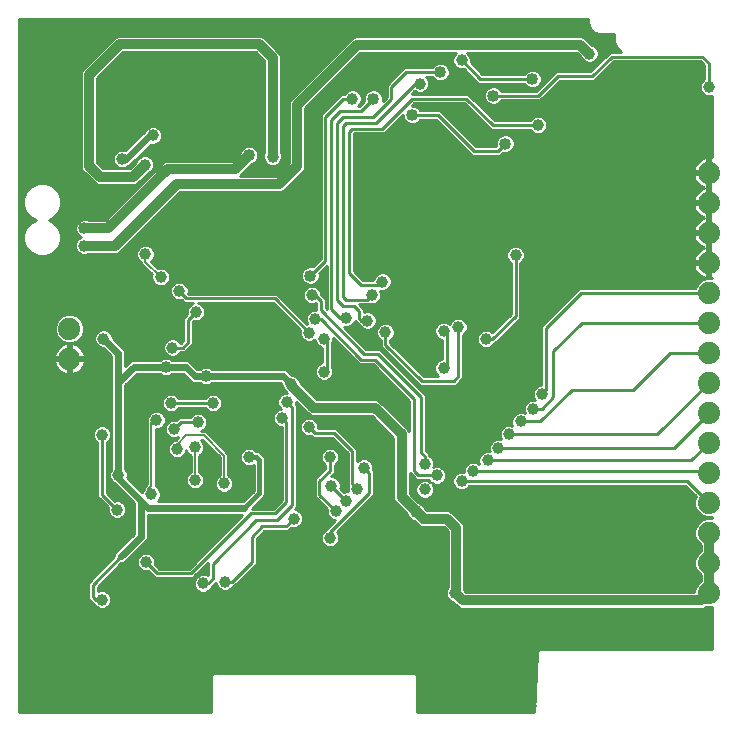
<source format=gbl>
G75*
%MOIN*%
%OFA0B0*%
%FSLAX25Y25*%
%IPPOS*%
%LPD*%
%AMOC8*
5,1,8,0,0,1.08239X$1,22.5*
%
%ADD10C,0.07400*%
%ADD11C,0.03962*%
%ADD12C,0.01000*%
%ADD13C,0.02400*%
%ADD14C,0.04000*%
%ADD15C,0.03200*%
%ADD16C,0.00700*%
%ADD17C,0.01600*%
D10*
X0071800Y0158800D03*
X0071800Y0168800D03*
X0284900Y0170800D03*
X0284900Y0160800D03*
X0284900Y0150800D03*
X0284900Y0140800D03*
X0284900Y0130800D03*
X0284900Y0120800D03*
X0284900Y0110800D03*
X0284900Y0100800D03*
X0284900Y0090800D03*
X0284900Y0080800D03*
X0284900Y0180800D03*
X0284900Y0190800D03*
X0284900Y0200800D03*
X0284900Y0210800D03*
X0284900Y0220800D03*
D11*
X0276100Y0225500D03*
X0278600Y0249200D03*
X0284900Y0249400D03*
X0245100Y0260500D03*
X0228000Y0236700D03*
X0202500Y0258300D03*
X0188600Y0250500D03*
X0166100Y0245500D03*
X0139500Y0226100D03*
X0113500Y0206700D03*
X0097100Y0193600D03*
X0102200Y0186000D03*
X0108400Y0181300D03*
X0113900Y0174300D03*
X0106100Y0162500D03*
X0104000Y0156100D03*
X0103600Y0151000D03*
X0098600Y0151000D03*
X0093600Y0150000D03*
X0082800Y0143700D03*
X0082600Y0138500D03*
X0082600Y0133500D03*
X0077600Y0138500D03*
X0072600Y0138500D03*
X0067600Y0138500D03*
X0061600Y0138500D03*
X0061600Y0133500D03*
X0061600Y0128500D03*
X0061600Y0123500D03*
X0061600Y0118500D03*
X0061600Y0113500D03*
X0061600Y0108500D03*
X0061600Y0103500D03*
X0061600Y0098500D03*
X0061600Y0093500D03*
X0061600Y0088500D03*
X0061600Y0083500D03*
X0061600Y0078500D03*
X0061600Y0073500D03*
X0061600Y0068500D03*
X0061600Y0063500D03*
X0066600Y0063500D03*
X0071600Y0063500D03*
X0076600Y0063500D03*
X0081600Y0063500D03*
X0085600Y0059500D03*
X0089600Y0055500D03*
X0093300Y0051400D03*
X0098100Y0047500D03*
X0100900Y0043200D03*
X0107100Y0043500D03*
X0112100Y0043500D03*
X0117100Y0043500D03*
X0117600Y0050500D03*
X0112600Y0050500D03*
X0107600Y0050500D03*
X0103100Y0052500D03*
X0105600Y0057500D03*
X0100600Y0057500D03*
X0110600Y0057500D03*
X0115600Y0057500D03*
X0120600Y0057500D03*
X0125600Y0057500D03*
X0130600Y0056500D03*
X0130600Y0061500D03*
X0130600Y0066500D03*
X0130600Y0071500D03*
X0130600Y0076500D03*
X0130600Y0081500D03*
X0132600Y0086000D03*
X0138100Y0088500D03*
X0138600Y0094000D03*
X0139100Y0099000D03*
X0144600Y0099500D03*
X0150600Y0100500D03*
X0152100Y0106500D03*
X0146600Y0105500D03*
X0150600Y0112500D03*
X0150600Y0117500D03*
X0150600Y0122500D03*
X0150600Y0127500D03*
X0151600Y0136000D03*
X0158600Y0126000D03*
X0159100Y0116500D03*
X0164100Y0111500D03*
X0160600Y0108000D03*
X0158600Y0099000D03*
X0167600Y0115500D03*
X0169900Y0122500D03*
X0177600Y0124500D03*
X0177600Y0119500D03*
X0177600Y0114500D03*
X0177600Y0109500D03*
X0177600Y0104500D03*
X0181300Y0100000D03*
X0186600Y0100300D03*
X0191600Y0100500D03*
X0195600Y0097500D03*
X0195600Y0092500D03*
X0195600Y0087500D03*
X0200300Y0080800D03*
X0196600Y0076500D03*
X0198600Y0071500D03*
X0203900Y0072100D03*
X0208600Y0072500D03*
X0213600Y0072500D03*
X0218600Y0072500D03*
X0218600Y0067500D03*
X0218600Y0062500D03*
X0218600Y0057500D03*
X0213600Y0057500D03*
X0208600Y0057500D03*
X0203600Y0057500D03*
X0198600Y0057500D03*
X0201100Y0053000D03*
X0205600Y0050000D03*
X0210600Y0050000D03*
X0215600Y0050000D03*
X0220600Y0050000D03*
X0225600Y0050000D03*
X0225600Y0043000D03*
X0220600Y0043000D03*
X0215600Y0043000D03*
X0210600Y0043000D03*
X0205600Y0043000D03*
X0200600Y0043500D03*
X0196600Y0047500D03*
X0192600Y0051500D03*
X0189100Y0056500D03*
X0184600Y0060500D03*
X0179600Y0060500D03*
X0175600Y0057500D03*
X0170600Y0057500D03*
X0165600Y0057500D03*
X0160600Y0057500D03*
X0155600Y0057500D03*
X0150600Y0057500D03*
X0145600Y0057500D03*
X0140600Y0057500D03*
X0135600Y0057500D03*
X0119700Y0067500D03*
X0116300Y0083900D03*
X0123600Y0084500D03*
X0110100Y0102100D03*
X0099100Y0113600D03*
X0087600Y0108500D03*
X0088100Y0120000D03*
X0093700Y0131700D03*
X0100800Y0138400D03*
X0106700Y0135300D03*
X0107600Y0128700D03*
X0113700Y0129200D03*
X0114700Y0137600D03*
X0119600Y0144000D03*
X0117300Y0153100D03*
X0108600Y0151000D03*
X0105600Y0144000D03*
X0083100Y0165500D03*
X0060000Y0178000D03*
X0076600Y0196500D03*
X0089300Y0225400D03*
X0097000Y0223500D03*
X0099600Y0233200D03*
X0099100Y0257700D03*
X0122200Y0258400D03*
X0062400Y0249700D03*
X0061900Y0265900D03*
X0062200Y0231700D03*
X0060600Y0149600D03*
X0072700Y0129700D03*
X0113600Y0118300D03*
X0123300Y0117200D03*
X0131600Y0126000D03*
X0131000Y0133600D03*
X0142600Y0139000D03*
X0144200Y0144400D03*
X0145800Y0150200D03*
X0156600Y0154500D03*
X0161600Y0160500D03*
X0156600Y0165500D03*
X0151600Y0167500D03*
X0153600Y0172000D03*
X0152600Y0180000D03*
X0164100Y0172500D03*
X0171100Y0171500D03*
X0171700Y0164700D03*
X0177100Y0167600D03*
X0166600Y0154500D03*
X0172600Y0180000D03*
X0176100Y0184500D03*
X0196500Y0168100D03*
X0201400Y0169300D03*
X0210600Y0165300D03*
X0196500Y0155600D03*
X0218400Y0133600D03*
X0222200Y0137900D03*
X0226300Y0142000D03*
X0229300Y0147000D03*
X0214800Y0129100D03*
X0211200Y0124900D03*
X0206400Y0121400D03*
X0202500Y0118000D03*
X0194200Y0119900D03*
X0190200Y0123800D03*
X0190200Y0115200D03*
X0187300Y0107900D03*
X0187400Y0107800D03*
X0218100Y0097800D03*
X0242900Y0097600D03*
X0266000Y0098000D03*
X0257900Y0068200D03*
X0232400Y0067900D03*
X0227600Y0179000D03*
X0220500Y0193400D03*
X0241400Y0191600D03*
X0267100Y0201000D03*
X0198100Y0219800D03*
X0097300Y0091000D03*
X0082600Y0078500D03*
X0074000Y0048100D03*
D12*
X0055000Y0041000D02*
X0055000Y0272000D01*
X0244500Y0272000D01*
X0244500Y0270605D01*
X0245185Y0268951D01*
X0246451Y0267685D01*
X0248105Y0267000D01*
X0253476Y0267000D01*
X0253476Y0264405D01*
X0254390Y0262200D01*
X0254390Y0262200D01*
X0255490Y0261100D01*
X0251937Y0261100D01*
X0251000Y0260163D01*
X0245437Y0254600D01*
X0233937Y0254600D01*
X0233000Y0253663D01*
X0227437Y0248100D01*
X0215793Y0248100D01*
X0215728Y0248256D01*
X0214856Y0249128D01*
X0213717Y0249600D01*
X0212483Y0249600D01*
X0211344Y0249128D01*
X0210472Y0248256D01*
X0210000Y0247117D01*
X0210000Y0245883D01*
X0210472Y0244744D01*
X0211344Y0243872D01*
X0212483Y0243400D01*
X0213717Y0243400D01*
X0214856Y0243872D01*
X0215728Y0244744D01*
X0215793Y0244900D01*
X0228763Y0244900D01*
X0235263Y0251400D01*
X0246763Y0251400D01*
X0253263Y0257900D01*
X0282037Y0257900D01*
X0283300Y0256637D01*
X0283300Y0252072D01*
X0283155Y0252012D01*
X0282288Y0251145D01*
X0281819Y0250013D01*
X0281819Y0248787D01*
X0282288Y0247655D01*
X0283155Y0246788D01*
X0284287Y0246319D01*
X0285513Y0246319D01*
X0286000Y0246521D01*
X0286000Y0225891D01*
X0285400Y0225986D01*
X0285400Y0221300D01*
X0284400Y0221300D01*
X0284400Y0225986D01*
X0283682Y0225872D01*
X0282904Y0225619D01*
X0282175Y0225247D01*
X0281512Y0224766D01*
X0280934Y0224188D01*
X0280453Y0223525D01*
X0280081Y0222796D01*
X0279828Y0222018D01*
X0279714Y0221300D01*
X0284400Y0221300D01*
X0284400Y0220300D01*
X0279714Y0220300D01*
X0279828Y0219582D01*
X0280081Y0218804D01*
X0280453Y0218075D01*
X0280934Y0217412D01*
X0281512Y0216834D01*
X0282175Y0216353D01*
X0282904Y0215981D01*
X0283461Y0215800D01*
X0282904Y0215619D01*
X0282175Y0215247D01*
X0281512Y0214766D01*
X0280934Y0214188D01*
X0280453Y0213525D01*
X0280081Y0212796D01*
X0279828Y0212018D01*
X0279714Y0211300D01*
X0284400Y0211300D01*
X0284400Y0215986D01*
X0284400Y0220300D01*
X0285400Y0220300D01*
X0285400Y0211300D01*
X0284400Y0211300D01*
X0284400Y0210300D01*
X0279714Y0210300D01*
X0279828Y0209582D01*
X0280081Y0208804D01*
X0280453Y0208075D01*
X0280934Y0207412D01*
X0281512Y0206834D01*
X0282175Y0206353D01*
X0282904Y0205981D01*
X0283461Y0205800D01*
X0282904Y0205619D01*
X0282175Y0205247D01*
X0281512Y0204766D01*
X0280934Y0204188D01*
X0280453Y0203525D01*
X0280081Y0202796D01*
X0279828Y0202018D01*
X0279714Y0201300D01*
X0284400Y0201300D01*
X0284400Y0205986D01*
X0284400Y0210300D01*
X0285400Y0210300D01*
X0285400Y0201300D01*
X0284400Y0201300D01*
X0284400Y0200300D01*
X0279714Y0200300D01*
X0279828Y0199582D01*
X0280081Y0198804D01*
X0280453Y0198075D01*
X0280934Y0197412D01*
X0281512Y0196834D01*
X0282175Y0196353D01*
X0282904Y0195981D01*
X0283461Y0195800D01*
X0282904Y0195619D01*
X0282175Y0195247D01*
X0281512Y0194766D01*
X0280934Y0194188D01*
X0280453Y0193525D01*
X0280081Y0192796D01*
X0279828Y0192018D01*
X0279714Y0191300D01*
X0284400Y0191300D01*
X0284400Y0195986D01*
X0284400Y0200300D01*
X0285400Y0200300D01*
X0285400Y0191300D01*
X0284400Y0191300D01*
X0284400Y0190300D01*
X0285400Y0190300D01*
X0285400Y0185614D01*
X0286000Y0185709D01*
X0286000Y0185540D01*
X0285855Y0185600D01*
X0283945Y0185600D01*
X0282181Y0184869D01*
X0280831Y0183519D01*
X0280367Y0182400D01*
X0241737Y0182400D01*
X0240800Y0181463D01*
X0240800Y0181463D01*
X0230037Y0170700D01*
X0229100Y0169763D01*
X0229100Y0150081D01*
X0228687Y0150081D01*
X0227555Y0149612D01*
X0226688Y0148745D01*
X0226219Y0147613D01*
X0226219Y0146387D01*
X0226688Y0145255D01*
X0226862Y0145081D01*
X0225687Y0145081D01*
X0224555Y0144612D01*
X0223688Y0143745D01*
X0223219Y0142613D01*
X0223219Y0141387D01*
X0223506Y0140694D01*
X0222813Y0140981D01*
X0221587Y0140981D01*
X0220455Y0140512D01*
X0219588Y0139645D01*
X0219119Y0138513D01*
X0219119Y0137287D01*
X0219444Y0136503D01*
X0219013Y0136681D01*
X0217787Y0136681D01*
X0216655Y0136212D01*
X0215788Y0135345D01*
X0215319Y0134213D01*
X0215319Y0132987D01*
X0215702Y0132061D01*
X0215413Y0132181D01*
X0214187Y0132181D01*
X0213055Y0131712D01*
X0212188Y0130845D01*
X0211719Y0129713D01*
X0211719Y0128487D01*
X0211952Y0127923D01*
X0211813Y0127981D01*
X0210587Y0127981D01*
X0209455Y0127512D01*
X0208588Y0126645D01*
X0208119Y0125513D01*
X0208119Y0124287D01*
X0208295Y0123863D01*
X0208145Y0124012D01*
X0207013Y0124481D01*
X0205787Y0124481D01*
X0204655Y0124012D01*
X0203788Y0123145D01*
X0203319Y0122013D01*
X0203319Y0120996D01*
X0203113Y0121081D01*
X0201887Y0121081D01*
X0200755Y0120612D01*
X0199888Y0119745D01*
X0199419Y0118613D01*
X0199419Y0117387D01*
X0199888Y0116255D01*
X0200755Y0115388D01*
X0201887Y0114919D01*
X0203113Y0114919D01*
X0204245Y0115388D01*
X0205112Y0116255D01*
X0205172Y0116400D01*
X0277037Y0116400D01*
X0280564Y0112874D01*
X0280100Y0111755D01*
X0280100Y0109845D01*
X0280831Y0108081D01*
X0282181Y0106731D01*
X0283945Y0106000D01*
X0285855Y0106000D01*
X0286000Y0106060D01*
X0286000Y0105540D01*
X0285855Y0105600D01*
X0283945Y0105600D01*
X0282181Y0104869D01*
X0280831Y0103519D01*
X0280100Y0101755D01*
X0280100Y0099845D01*
X0280831Y0098081D01*
X0282181Y0096731D01*
X0282200Y0096723D01*
X0282200Y0094877D01*
X0282181Y0094869D01*
X0280831Y0093519D01*
X0280100Y0091755D01*
X0280100Y0089845D01*
X0280831Y0088081D01*
X0282181Y0086731D01*
X0282200Y0086723D01*
X0282200Y0084877D01*
X0282181Y0084869D01*
X0280831Y0083519D01*
X0280100Y0081755D01*
X0280100Y0080900D01*
X0204018Y0080900D01*
X0203300Y0081618D01*
X0203300Y0103037D01*
X0202889Y0104029D01*
X0199889Y0107029D01*
X0199129Y0107789D01*
X0198137Y0108200D01*
X0190818Y0108200D01*
X0190393Y0108625D01*
X0190012Y0109545D01*
X0189145Y0110412D01*
X0189045Y0110512D01*
X0188125Y0110893D01*
X0185200Y0113818D01*
X0185200Y0120537D01*
X0186500Y0119237D01*
X0187437Y0118300D01*
X0191528Y0118300D01*
X0191588Y0118155D01*
X0191920Y0117822D01*
X0190813Y0118281D01*
X0189587Y0118281D01*
X0188455Y0117812D01*
X0187588Y0116945D01*
X0187119Y0115813D01*
X0187119Y0114587D01*
X0187588Y0113455D01*
X0188455Y0112588D01*
X0189587Y0112119D01*
X0190813Y0112119D01*
X0191945Y0112588D01*
X0192812Y0113455D01*
X0193281Y0114587D01*
X0193281Y0115813D01*
X0192812Y0116945D01*
X0192480Y0117278D01*
X0193587Y0116819D01*
X0194813Y0116819D01*
X0195945Y0117288D01*
X0196812Y0118155D01*
X0197281Y0119287D01*
X0197281Y0120513D01*
X0196812Y0121645D01*
X0195945Y0122512D01*
X0194813Y0122981D01*
X0193587Y0122981D01*
X0193115Y0122785D01*
X0193281Y0123187D01*
X0193281Y0124413D01*
X0192812Y0125545D01*
X0191945Y0126412D01*
X0191800Y0126472D01*
X0191800Y0127063D01*
X0190863Y0128000D01*
X0190700Y0128163D01*
X0190700Y0146663D01*
X0175263Y0162100D01*
X0170763Y0162100D01*
X0163413Y0169450D01*
X0163487Y0169419D01*
X0164713Y0169419D01*
X0165845Y0169888D01*
X0166712Y0170755D01*
X0166967Y0171370D01*
X0167737Y0170600D01*
X0168421Y0169916D01*
X0168488Y0169755D01*
X0169355Y0168888D01*
X0170487Y0168419D01*
X0171713Y0168419D01*
X0172845Y0168888D01*
X0173712Y0169755D01*
X0174181Y0170887D01*
X0174181Y0172113D01*
X0173712Y0173245D01*
X0172845Y0174112D01*
X0171713Y0174581D01*
X0170487Y0174581D01*
X0170000Y0174379D01*
X0170000Y0175263D01*
X0168363Y0176900D01*
X0171763Y0176900D01*
X0171842Y0176979D01*
X0171987Y0176919D01*
X0173213Y0176919D01*
X0174345Y0177388D01*
X0175212Y0178255D01*
X0175681Y0179387D01*
X0175681Y0180613D01*
X0175318Y0181489D01*
X0175487Y0181419D01*
X0176713Y0181419D01*
X0177845Y0181888D01*
X0178712Y0182755D01*
X0179181Y0183887D01*
X0179181Y0185113D01*
X0178712Y0186245D01*
X0177845Y0187112D01*
X0176713Y0187581D01*
X0175487Y0187581D01*
X0174355Y0187112D01*
X0173488Y0186245D01*
X0173019Y0185113D01*
X0173019Y0185100D01*
X0169763Y0185100D01*
X0166700Y0188163D01*
X0166700Y0233837D01*
X0166763Y0233900D01*
X0176763Y0233900D01*
X0177700Y0234837D01*
X0183000Y0240137D01*
X0183000Y0239383D01*
X0183472Y0238244D01*
X0184344Y0237372D01*
X0185483Y0236900D01*
X0186717Y0236900D01*
X0187856Y0237372D01*
X0188728Y0238244D01*
X0188793Y0238400D01*
X0193937Y0238400D01*
X0205937Y0226400D01*
X0215263Y0226400D01*
X0216327Y0227465D01*
X0216483Y0227400D01*
X0217717Y0227400D01*
X0218856Y0227872D01*
X0219728Y0228744D01*
X0220200Y0229883D01*
X0220200Y0231117D01*
X0219728Y0232256D01*
X0218856Y0233128D01*
X0217717Y0233600D01*
X0216483Y0233600D01*
X0215344Y0233128D01*
X0214472Y0232256D01*
X0214000Y0231117D01*
X0214000Y0229883D01*
X0214065Y0229727D01*
X0213937Y0229600D01*
X0207263Y0229600D01*
X0196200Y0240663D01*
X0195263Y0241600D01*
X0188793Y0241600D01*
X0188728Y0241756D01*
X0187856Y0242628D01*
X0186717Y0243100D01*
X0185963Y0243100D01*
X0186763Y0243900D01*
X0203437Y0243900D01*
X0212237Y0235100D01*
X0225328Y0235100D01*
X0225388Y0234955D01*
X0226255Y0234088D01*
X0227387Y0233619D01*
X0228613Y0233619D01*
X0229745Y0234088D01*
X0230612Y0234955D01*
X0231081Y0236087D01*
X0231081Y0237313D01*
X0230612Y0238445D01*
X0229745Y0239312D01*
X0228613Y0239781D01*
X0227387Y0239781D01*
X0226255Y0239312D01*
X0225388Y0238445D01*
X0225328Y0238300D01*
X0213563Y0238300D01*
X0205700Y0246163D01*
X0204763Y0247100D01*
X0185963Y0247100D01*
X0186803Y0247940D01*
X0186855Y0247888D01*
X0187987Y0247419D01*
X0189213Y0247419D01*
X0190345Y0247888D01*
X0191212Y0248755D01*
X0191681Y0249887D01*
X0191681Y0251113D01*
X0191212Y0252245D01*
X0190757Y0252700D01*
X0192707Y0252700D01*
X0192772Y0252544D01*
X0193644Y0251672D01*
X0194783Y0251200D01*
X0196017Y0251200D01*
X0197156Y0251672D01*
X0198028Y0252544D01*
X0198500Y0253683D01*
X0198500Y0254917D01*
X0198028Y0256056D01*
X0197156Y0256928D01*
X0196017Y0257400D01*
X0194783Y0257400D01*
X0193644Y0256928D01*
X0192772Y0256056D01*
X0192707Y0255900D01*
X0183237Y0255900D01*
X0177500Y0250163D01*
X0177500Y0246163D01*
X0176185Y0244848D01*
X0176200Y0244883D01*
X0176200Y0246117D01*
X0175728Y0247256D01*
X0174856Y0248128D01*
X0173717Y0248600D01*
X0172483Y0248600D01*
X0171344Y0248128D01*
X0170472Y0247256D01*
X0170000Y0246117D01*
X0170000Y0244883D01*
X0170065Y0244727D01*
X0168437Y0243100D01*
X0168057Y0243100D01*
X0168712Y0243755D01*
X0169181Y0244887D01*
X0169181Y0246113D01*
X0168712Y0247245D01*
X0167845Y0248112D01*
X0166713Y0248581D01*
X0165487Y0248581D01*
X0164355Y0248112D01*
X0163488Y0247245D01*
X0163428Y0247100D01*
X0162437Y0247100D01*
X0156437Y0241100D01*
X0155500Y0240163D01*
X0155500Y0192163D01*
X0152873Y0189535D01*
X0152717Y0189600D01*
X0151483Y0189600D01*
X0150344Y0189128D01*
X0149472Y0188256D01*
X0149000Y0187117D01*
X0149000Y0185883D01*
X0149472Y0184744D01*
X0150344Y0183872D01*
X0151483Y0183400D01*
X0152717Y0183400D01*
X0153856Y0183872D01*
X0154728Y0184744D01*
X0155200Y0185883D01*
X0155200Y0187117D01*
X0155135Y0187273D01*
X0157500Y0189637D01*
X0157500Y0175363D01*
X0157200Y0175663D01*
X0157200Y0178663D01*
X0156263Y0179600D01*
X0155681Y0180182D01*
X0155681Y0180613D01*
X0155212Y0181745D01*
X0154345Y0182612D01*
X0153213Y0183081D01*
X0151987Y0183081D01*
X0150855Y0182612D01*
X0149988Y0181745D01*
X0149519Y0180613D01*
X0149519Y0179387D01*
X0149988Y0178255D01*
X0150855Y0177388D01*
X0151987Y0176919D01*
X0153213Y0176919D01*
X0154000Y0177245D01*
X0154000Y0175081D01*
X0152987Y0175081D01*
X0151855Y0174612D01*
X0150988Y0173745D01*
X0150519Y0172613D01*
X0150519Y0171387D01*
X0150872Y0170534D01*
X0150842Y0170521D01*
X0140863Y0180500D01*
X0111463Y0180500D01*
X0111421Y0180542D01*
X0111481Y0180687D01*
X0111481Y0181913D01*
X0111012Y0183045D01*
X0110145Y0183912D01*
X0109013Y0184381D01*
X0107787Y0184381D01*
X0106655Y0183912D01*
X0105788Y0183045D01*
X0105319Y0181913D01*
X0105319Y0180687D01*
X0105788Y0179555D01*
X0106655Y0178688D01*
X0107787Y0178219D01*
X0109013Y0178219D01*
X0109158Y0178279D01*
X0109200Y0178237D01*
X0110137Y0177300D01*
X0113091Y0177300D01*
X0112155Y0176912D01*
X0111288Y0176045D01*
X0110819Y0174913D01*
X0110819Y0173687D01*
X0110879Y0173542D01*
X0110637Y0173300D01*
X0109700Y0172363D01*
X0109700Y0164963D01*
X0108837Y0164100D01*
X0108772Y0164100D01*
X0108712Y0164245D01*
X0107845Y0165112D01*
X0106713Y0165581D01*
X0105487Y0165581D01*
X0104355Y0165112D01*
X0103488Y0164245D01*
X0103019Y0163113D01*
X0103019Y0161887D01*
X0103488Y0160755D01*
X0104355Y0159888D01*
X0105487Y0159419D01*
X0106713Y0159419D01*
X0107845Y0159888D01*
X0108712Y0160755D01*
X0108772Y0160900D01*
X0110163Y0160900D01*
X0111963Y0162700D01*
X0112900Y0163637D01*
X0112900Y0171037D01*
X0113142Y0171279D01*
X0113287Y0171219D01*
X0114513Y0171219D01*
X0115645Y0171688D01*
X0116512Y0172555D01*
X0116981Y0173687D01*
X0116981Y0174913D01*
X0116512Y0176045D01*
X0115645Y0176912D01*
X0114709Y0177300D01*
X0139537Y0177300D01*
X0148579Y0168258D01*
X0148519Y0168113D01*
X0148519Y0166887D01*
X0148988Y0165755D01*
X0149855Y0164888D01*
X0150987Y0164419D01*
X0152213Y0164419D01*
X0153345Y0164888D01*
X0153519Y0165062D01*
X0153519Y0164887D01*
X0153988Y0163755D01*
X0154855Y0162888D01*
X0155987Y0162419D01*
X0156000Y0162419D01*
X0156000Y0157581D01*
X0155987Y0157581D01*
X0154855Y0157112D01*
X0153988Y0156245D01*
X0153519Y0155113D01*
X0153519Y0153887D01*
X0153988Y0152755D01*
X0154855Y0151888D01*
X0155987Y0151419D01*
X0157213Y0151419D01*
X0158345Y0151888D01*
X0159212Y0152755D01*
X0159681Y0153887D01*
X0159681Y0155113D01*
X0159212Y0156245D01*
X0159200Y0156257D01*
X0159200Y0163743D01*
X0159212Y0163755D01*
X0159681Y0164887D01*
X0159681Y0165656D01*
X0167500Y0157837D01*
X0168437Y0156900D01*
X0172937Y0156900D01*
X0185000Y0144837D01*
X0185000Y0134620D01*
X0184789Y0135129D01*
X0184029Y0135889D01*
X0175129Y0144789D01*
X0174137Y0145200D01*
X0154218Y0145200D01*
X0148881Y0150537D01*
X0148881Y0150813D01*
X0148412Y0151945D01*
X0147545Y0152812D01*
X0146413Y0153281D01*
X0145972Y0153281D01*
X0143853Y0155400D01*
X0119357Y0155400D01*
X0119045Y0155712D01*
X0117913Y0156181D01*
X0116687Y0156181D01*
X0115555Y0155712D01*
X0115243Y0155400D01*
X0114453Y0155400D01*
X0112800Y0157053D01*
X0111453Y0158400D01*
X0106057Y0158400D01*
X0105745Y0158712D01*
X0104613Y0159181D01*
X0103387Y0159181D01*
X0102255Y0158712D01*
X0101943Y0158400D01*
X0092247Y0158400D01*
X0090300Y0156453D01*
X0090300Y0161553D01*
X0088953Y0162900D01*
X0086181Y0165672D01*
X0086181Y0166113D01*
X0085712Y0167245D01*
X0084845Y0168112D01*
X0083713Y0168581D01*
X0082487Y0168581D01*
X0081355Y0168112D01*
X0080488Y0167245D01*
X0080019Y0166113D01*
X0080019Y0164887D01*
X0080488Y0163755D01*
X0081355Y0162888D01*
X0082487Y0162419D01*
X0082928Y0162419D01*
X0085700Y0159647D01*
X0085700Y0121957D01*
X0085488Y0121745D01*
X0085019Y0120613D01*
X0085019Y0119387D01*
X0085488Y0118255D01*
X0086355Y0117388D01*
X0086533Y0117314D01*
X0087147Y0116700D01*
X0093300Y0110547D01*
X0093300Y0100453D01*
X0086800Y0093953D01*
X0086800Y0092963D01*
X0078000Y0084163D01*
X0078000Y0078837D01*
X0078937Y0077900D01*
X0078937Y0077900D01*
X0079000Y0077837D01*
X0079921Y0076916D01*
X0079988Y0076755D01*
X0080855Y0075888D01*
X0081987Y0075419D01*
X0083213Y0075419D01*
X0084345Y0075888D01*
X0085212Y0076755D01*
X0085681Y0077887D01*
X0085681Y0079113D01*
X0085212Y0080245D01*
X0084345Y0081112D01*
X0083213Y0081581D01*
X0081987Y0081581D01*
X0081200Y0081255D01*
X0081200Y0082837D01*
X0089063Y0090700D01*
X0090053Y0090700D01*
X0097900Y0098547D01*
X0097900Y0106700D01*
X0129437Y0106700D01*
X0111537Y0088800D01*
X0101763Y0088800D01*
X0100321Y0090242D01*
X0100381Y0090387D01*
X0100381Y0091613D01*
X0099912Y0092745D01*
X0099045Y0093612D01*
X0097913Y0094081D01*
X0096687Y0094081D01*
X0095555Y0093612D01*
X0094688Y0092745D01*
X0094219Y0091613D01*
X0094219Y0090387D01*
X0094688Y0089255D01*
X0095555Y0088388D01*
X0096687Y0087919D01*
X0097913Y0087919D01*
X0098058Y0087979D01*
X0100437Y0085600D01*
X0112863Y0085600D01*
X0113800Y0086537D01*
X0113800Y0086537D01*
X0118000Y0090737D01*
X0118000Y0086531D01*
X0116913Y0086981D01*
X0115687Y0086981D01*
X0114555Y0086512D01*
X0113688Y0085645D01*
X0113219Y0084513D01*
X0113219Y0083287D01*
X0113688Y0082155D01*
X0114555Y0081288D01*
X0115687Y0080819D01*
X0116913Y0080819D01*
X0118045Y0081288D01*
X0118912Y0082155D01*
X0119191Y0082828D01*
X0119600Y0083237D01*
X0120519Y0084156D01*
X0120519Y0083887D01*
X0120988Y0082755D01*
X0121855Y0081888D01*
X0122987Y0081419D01*
X0124213Y0081419D01*
X0125345Y0081888D01*
X0126212Y0082755D01*
X0126272Y0082900D01*
X0126763Y0082900D01*
X0134200Y0090337D01*
X0134200Y0098837D01*
X0136763Y0101400D01*
X0144763Y0101400D01*
X0145700Y0102337D01*
X0145842Y0102479D01*
X0145987Y0102419D01*
X0147213Y0102419D01*
X0148345Y0102888D01*
X0149212Y0103755D01*
X0149681Y0104887D01*
X0149681Y0106113D01*
X0149212Y0107245D01*
X0148345Y0108112D01*
X0147213Y0108581D01*
X0146944Y0108581D01*
X0147700Y0109337D01*
X0147700Y0143163D01*
X0147221Y0143642D01*
X0147281Y0143787D01*
X0147281Y0144501D01*
X0151571Y0140211D01*
X0152563Y0139800D01*
X0172482Y0139800D01*
X0179800Y0132482D01*
X0179800Y0112163D01*
X0180211Y0111171D01*
X0180971Y0110411D01*
X0184307Y0107075D01*
X0184688Y0106155D01*
X0184788Y0106055D01*
X0184788Y0106055D01*
X0185655Y0105188D01*
X0186575Y0104807D01*
X0187240Y0104141D01*
X0187311Y0103971D01*
X0188071Y0103211D01*
X0189063Y0102800D01*
X0196482Y0102800D01*
X0197900Y0101382D01*
X0197900Y0082757D01*
X0197688Y0082545D01*
X0197219Y0081413D01*
X0197219Y0080187D01*
X0197688Y0079055D01*
X0198555Y0078188D01*
X0199475Y0077807D01*
X0200611Y0076671D01*
X0200611Y0076671D01*
X0201371Y0075911D01*
X0202363Y0075500D01*
X0282837Y0075500D01*
X0283829Y0075911D01*
X0283926Y0076008D01*
X0283945Y0076000D01*
X0285855Y0076000D01*
X0286000Y0076060D01*
X0286000Y0062000D01*
X0228622Y0062000D01*
X0228231Y0062017D01*
X0228212Y0062000D01*
X0228186Y0062000D01*
X0227909Y0061723D01*
X0227619Y0061458D01*
X0227618Y0061432D01*
X0227600Y0061414D01*
X0227600Y0061022D01*
X0226710Y0041000D01*
X0187600Y0041000D01*
X0187600Y0053414D01*
X0187014Y0054000D01*
X0119686Y0054000D01*
X0119100Y0053414D01*
X0119100Y0041000D01*
X0055000Y0041000D01*
X0055000Y0041493D02*
X0119100Y0041493D01*
X0119100Y0042491D02*
X0055000Y0042491D01*
X0055000Y0043490D02*
X0119100Y0043490D01*
X0119100Y0044488D02*
X0055000Y0044488D01*
X0055000Y0045487D02*
X0119100Y0045487D01*
X0119100Y0046485D02*
X0055000Y0046485D01*
X0055000Y0047484D02*
X0119100Y0047484D01*
X0119100Y0048482D02*
X0055000Y0048482D01*
X0055000Y0049481D02*
X0119100Y0049481D01*
X0119100Y0050479D02*
X0055000Y0050479D01*
X0055000Y0051478D02*
X0119100Y0051478D01*
X0119100Y0052476D02*
X0055000Y0052476D01*
X0055000Y0053475D02*
X0119160Y0053475D01*
X0118190Y0081433D02*
X0122953Y0081433D01*
X0124247Y0081433D02*
X0197227Y0081433D01*
X0197219Y0080434D02*
X0085023Y0080434D01*
X0085547Y0079436D02*
X0197530Y0079436D01*
X0198305Y0078437D02*
X0085681Y0078437D01*
X0085495Y0077439D02*
X0199843Y0077439D01*
X0200841Y0076440D02*
X0084898Y0076440D01*
X0083268Y0075442D02*
X0286000Y0075442D01*
X0286000Y0074443D02*
X0055000Y0074443D01*
X0055000Y0073445D02*
X0286000Y0073445D01*
X0286000Y0072446D02*
X0055000Y0072446D01*
X0055000Y0071448D02*
X0286000Y0071448D01*
X0286000Y0070449D02*
X0055000Y0070449D01*
X0055000Y0069451D02*
X0286000Y0069451D01*
X0286000Y0068452D02*
X0055000Y0068452D01*
X0055000Y0067454D02*
X0286000Y0067454D01*
X0286000Y0066455D02*
X0055000Y0066455D01*
X0055000Y0065457D02*
X0286000Y0065457D01*
X0286000Y0064458D02*
X0055000Y0064458D01*
X0055000Y0063460D02*
X0286000Y0063460D01*
X0286000Y0062461D02*
X0055000Y0062461D01*
X0055000Y0061463D02*
X0227624Y0061463D01*
X0227575Y0060464D02*
X0055000Y0060464D01*
X0055000Y0059466D02*
X0227531Y0059466D01*
X0227486Y0058467D02*
X0055000Y0058467D01*
X0055000Y0057469D02*
X0227442Y0057469D01*
X0227398Y0056470D02*
X0055000Y0056470D01*
X0055000Y0055472D02*
X0227353Y0055472D01*
X0227309Y0054473D02*
X0055000Y0054473D01*
X0055000Y0075442D02*
X0081931Y0075442D01*
X0080302Y0076440D02*
X0055000Y0076440D01*
X0055000Y0077439D02*
X0079398Y0077439D01*
X0079000Y0077837D02*
X0079000Y0077837D01*
X0078400Y0078437D02*
X0055000Y0078437D01*
X0055000Y0079436D02*
X0078000Y0079436D01*
X0078000Y0080434D02*
X0055000Y0080434D01*
X0055000Y0081433D02*
X0078000Y0081433D01*
X0078000Y0082432D02*
X0055000Y0082432D01*
X0055000Y0083430D02*
X0078000Y0083430D01*
X0078266Y0084429D02*
X0055000Y0084429D01*
X0055000Y0085427D02*
X0079264Y0085427D01*
X0080263Y0086426D02*
X0055000Y0086426D01*
X0055000Y0087424D02*
X0081261Y0087424D01*
X0082260Y0088423D02*
X0055000Y0088423D01*
X0055000Y0089421D02*
X0083258Y0089421D01*
X0084257Y0090420D02*
X0055000Y0090420D01*
X0055000Y0091418D02*
X0085255Y0091418D01*
X0086254Y0092417D02*
X0055000Y0092417D01*
X0055000Y0093415D02*
X0086800Y0093415D01*
X0087261Y0094414D02*
X0055000Y0094414D01*
X0055000Y0095412D02*
X0088259Y0095412D01*
X0089258Y0096411D02*
X0055000Y0096411D01*
X0055000Y0097409D02*
X0090257Y0097409D01*
X0091255Y0098408D02*
X0055000Y0098408D01*
X0055000Y0099406D02*
X0092254Y0099406D01*
X0093252Y0100405D02*
X0055000Y0100405D01*
X0055000Y0101403D02*
X0093300Y0101403D01*
X0093300Y0102402D02*
X0055000Y0102402D01*
X0055000Y0103400D02*
X0093300Y0103400D01*
X0093300Y0104399D02*
X0055000Y0104399D01*
X0055000Y0105397D02*
X0093300Y0105397D01*
X0093300Y0106396D02*
X0089853Y0106396D01*
X0090212Y0106755D02*
X0090681Y0107887D01*
X0090681Y0109113D01*
X0090212Y0110245D01*
X0089345Y0111112D01*
X0088213Y0111581D01*
X0086987Y0111581D01*
X0086842Y0111521D01*
X0084200Y0114163D01*
X0084200Y0130828D01*
X0084345Y0130888D01*
X0085212Y0131755D01*
X0085681Y0132887D01*
X0085681Y0134113D01*
X0085212Y0135245D01*
X0084345Y0136112D01*
X0083213Y0136581D01*
X0081987Y0136581D01*
X0080855Y0136112D01*
X0079988Y0135245D01*
X0079519Y0134113D01*
X0079519Y0132887D01*
X0079988Y0131755D01*
X0080855Y0130888D01*
X0081000Y0130828D01*
X0081000Y0112837D01*
X0081937Y0111900D01*
X0084579Y0109258D01*
X0084519Y0109113D01*
X0084519Y0107887D01*
X0084988Y0106755D01*
X0085855Y0105888D01*
X0086987Y0105419D01*
X0088213Y0105419D01*
X0089345Y0105888D01*
X0090212Y0106755D01*
X0090477Y0107394D02*
X0093300Y0107394D01*
X0093300Y0108393D02*
X0090681Y0108393D01*
X0090566Y0109391D02*
X0093300Y0109391D01*
X0093300Y0110390D02*
X0090067Y0110390D01*
X0088678Y0111388D02*
X0092459Y0111388D01*
X0091460Y0112387D02*
X0085976Y0112387D01*
X0084977Y0113385D02*
X0090462Y0113385D01*
X0089463Y0114384D02*
X0084200Y0114384D01*
X0084200Y0115382D02*
X0088465Y0115382D01*
X0087466Y0116381D02*
X0084200Y0116381D01*
X0084200Y0117379D02*
X0086375Y0117379D01*
X0085437Y0118378D02*
X0084200Y0118378D01*
X0084200Y0119376D02*
X0085023Y0119376D01*
X0085019Y0120375D02*
X0084200Y0120375D01*
X0084200Y0121373D02*
X0085334Y0121373D01*
X0085700Y0122372D02*
X0084200Y0122372D01*
X0084200Y0123370D02*
X0085700Y0123370D01*
X0085700Y0124369D02*
X0084200Y0124369D01*
X0084200Y0125368D02*
X0085700Y0125368D01*
X0085700Y0126366D02*
X0084200Y0126366D01*
X0084200Y0127365D02*
X0085700Y0127365D01*
X0085700Y0128363D02*
X0084200Y0128363D01*
X0084200Y0129362D02*
X0085700Y0129362D01*
X0085700Y0130360D02*
X0084200Y0130360D01*
X0084816Y0131359D02*
X0085700Y0131359D01*
X0085700Y0132357D02*
X0085462Y0132357D01*
X0085681Y0133356D02*
X0085700Y0133356D01*
X0085700Y0134354D02*
X0085581Y0134354D01*
X0085700Y0135353D02*
X0085105Y0135353D01*
X0085700Y0136351D02*
X0083768Y0136351D01*
X0085700Y0137350D02*
X0055000Y0137350D01*
X0055000Y0138348D02*
X0085700Y0138348D01*
X0085700Y0139347D02*
X0055000Y0139347D01*
X0055000Y0140345D02*
X0085700Y0140345D01*
X0085700Y0141344D02*
X0055000Y0141344D01*
X0055000Y0142342D02*
X0085700Y0142342D01*
X0085700Y0143341D02*
X0055000Y0143341D01*
X0055000Y0144339D02*
X0085700Y0144339D01*
X0085700Y0145338D02*
X0055000Y0145338D01*
X0055000Y0146336D02*
X0085700Y0146336D01*
X0085700Y0147335D02*
X0055000Y0147335D01*
X0055000Y0148333D02*
X0085700Y0148333D01*
X0085700Y0149332D02*
X0055000Y0149332D01*
X0055000Y0150330D02*
X0085700Y0150330D01*
X0085700Y0151329D02*
X0055000Y0151329D01*
X0055000Y0152327D02*
X0085700Y0152327D01*
X0085700Y0153326D02*
X0055000Y0153326D01*
X0055000Y0154324D02*
X0069130Y0154324D01*
X0069075Y0154353D02*
X0069804Y0153981D01*
X0070582Y0153728D01*
X0071300Y0153614D01*
X0071300Y0158300D01*
X0072300Y0158300D01*
X0072300Y0159300D01*
X0076986Y0159300D01*
X0076872Y0160018D01*
X0076619Y0160796D01*
X0076247Y0161525D01*
X0075766Y0162188D01*
X0075188Y0162766D01*
X0074525Y0163247D01*
X0073796Y0163619D01*
X0073018Y0163872D01*
X0072300Y0163986D01*
X0072300Y0159300D01*
X0071300Y0159300D01*
X0071300Y0163986D01*
X0070582Y0163872D01*
X0069804Y0163619D01*
X0069075Y0163247D01*
X0068412Y0162766D01*
X0067834Y0162188D01*
X0067353Y0161525D01*
X0066981Y0160796D01*
X0066728Y0160018D01*
X0066614Y0159300D01*
X0071300Y0159300D01*
X0071300Y0158300D01*
X0066614Y0158300D01*
X0066728Y0157582D01*
X0066981Y0156804D01*
X0067353Y0156075D01*
X0067834Y0155412D01*
X0068412Y0154834D01*
X0069075Y0154353D01*
X0067923Y0155323D02*
X0055000Y0155323D01*
X0055000Y0156321D02*
X0067227Y0156321D01*
X0066813Y0157320D02*
X0055000Y0157320D01*
X0055000Y0158318D02*
X0071300Y0158318D01*
X0071300Y0157320D02*
X0072300Y0157320D01*
X0072300Y0158300D02*
X0072300Y0153614D01*
X0073018Y0153728D01*
X0073796Y0153981D01*
X0074525Y0154353D01*
X0075188Y0154834D01*
X0075766Y0155412D01*
X0076247Y0156075D01*
X0076619Y0156804D01*
X0076872Y0157582D01*
X0076986Y0158300D01*
X0072300Y0158300D01*
X0072300Y0158318D02*
X0085700Y0158318D01*
X0085700Y0157320D02*
X0076787Y0157320D01*
X0076373Y0156321D02*
X0085700Y0156321D01*
X0085700Y0155323D02*
X0075677Y0155323D01*
X0074470Y0154324D02*
X0085700Y0154324D01*
X0085700Y0159317D02*
X0076983Y0159317D01*
X0076775Y0160315D02*
X0085032Y0160315D01*
X0084033Y0161314D02*
X0076355Y0161314D01*
X0075641Y0162312D02*
X0083035Y0162312D01*
X0080932Y0163311D02*
X0074401Y0163311D01*
X0073502Y0164309D02*
X0080258Y0164309D01*
X0080019Y0165308D02*
X0075096Y0165308D01*
X0074519Y0164731D02*
X0075869Y0166081D01*
X0076600Y0167845D01*
X0076600Y0169755D01*
X0075869Y0171519D01*
X0074519Y0172869D01*
X0072755Y0173600D01*
X0070845Y0173600D01*
X0069081Y0172869D01*
X0067731Y0171519D01*
X0067000Y0169755D01*
X0067000Y0167845D01*
X0067731Y0166081D01*
X0069081Y0164731D01*
X0070845Y0164000D01*
X0072755Y0164000D01*
X0074519Y0164731D01*
X0075963Y0166306D02*
X0080099Y0166306D01*
X0080548Y0167305D02*
X0076376Y0167305D01*
X0076600Y0168303D02*
X0081817Y0168303D01*
X0084383Y0168303D02*
X0109700Y0168303D01*
X0109700Y0167305D02*
X0085652Y0167305D01*
X0086101Y0166306D02*
X0109700Y0166306D01*
X0109700Y0165308D02*
X0107372Y0165308D01*
X0108648Y0164309D02*
X0109047Y0164309D01*
X0109500Y0162500D02*
X0111300Y0164300D01*
X0111300Y0171700D01*
X0113900Y0174300D01*
X0116981Y0174295D02*
X0142543Y0174295D01*
X0141544Y0175293D02*
X0116824Y0175293D01*
X0116266Y0176292D02*
X0140546Y0176292D01*
X0139547Y0177290D02*
X0114733Y0177290D01*
X0113067Y0177290D02*
X0055000Y0177290D01*
X0055000Y0176292D02*
X0111534Y0176292D01*
X0110976Y0175293D02*
X0055000Y0175293D01*
X0055000Y0174295D02*
X0110819Y0174295D01*
X0110637Y0173300D02*
X0110637Y0173300D01*
X0110633Y0173296D02*
X0073489Y0173296D01*
X0075091Y0172298D02*
X0109700Y0172298D01*
X0109700Y0171299D02*
X0075960Y0171299D01*
X0076374Y0170301D02*
X0109700Y0170301D01*
X0109700Y0169302D02*
X0076600Y0169302D01*
X0070111Y0173296D02*
X0055000Y0173296D01*
X0055000Y0172298D02*
X0068509Y0172298D01*
X0067640Y0171299D02*
X0055000Y0171299D01*
X0055000Y0170301D02*
X0067226Y0170301D01*
X0067000Y0169302D02*
X0055000Y0169302D01*
X0055000Y0168303D02*
X0067000Y0168303D01*
X0067224Y0167305D02*
X0055000Y0167305D01*
X0055000Y0166306D02*
X0067637Y0166306D01*
X0068504Y0165308D02*
X0055000Y0165308D01*
X0055000Y0164309D02*
X0070098Y0164309D01*
X0069199Y0163311D02*
X0055000Y0163311D01*
X0055000Y0162312D02*
X0067959Y0162312D01*
X0067245Y0161314D02*
X0055000Y0161314D01*
X0055000Y0160315D02*
X0066825Y0160315D01*
X0066617Y0159317D02*
X0055000Y0159317D01*
X0071300Y0159317D02*
X0072300Y0159317D01*
X0072300Y0160315D02*
X0071300Y0160315D01*
X0071300Y0161314D02*
X0072300Y0161314D01*
X0072300Y0162312D02*
X0071300Y0162312D01*
X0071300Y0163311D02*
X0072300Y0163311D01*
X0072300Y0156321D02*
X0071300Y0156321D01*
X0071300Y0155323D02*
X0072300Y0155323D01*
X0072300Y0154324D02*
X0071300Y0154324D01*
X0086545Y0165308D02*
X0104828Y0165308D01*
X0103552Y0164309D02*
X0087543Y0164309D01*
X0088542Y0163311D02*
X0103101Y0163311D01*
X0103019Y0162312D02*
X0089540Y0162312D01*
X0090300Y0161314D02*
X0103256Y0161314D01*
X0103927Y0160315D02*
X0090300Y0160315D01*
X0090300Y0159317D02*
X0156000Y0159317D01*
X0156000Y0160315D02*
X0108273Y0160315D01*
X0109500Y0162500D02*
X0106100Y0162500D01*
X0110577Y0161314D02*
X0156000Y0161314D01*
X0156000Y0162312D02*
X0111575Y0162312D01*
X0112574Y0163311D02*
X0154432Y0163311D01*
X0153758Y0164309D02*
X0112900Y0164309D01*
X0112900Y0165308D02*
X0149435Y0165308D01*
X0148759Y0166306D02*
X0112900Y0166306D01*
X0112900Y0167305D02*
X0148519Y0167305D01*
X0148534Y0168303D02*
X0112900Y0168303D01*
X0112900Y0169302D02*
X0147535Y0169302D01*
X0146537Y0170301D02*
X0112900Y0170301D01*
X0114706Y0171299D02*
X0145538Y0171299D01*
X0144540Y0172298D02*
X0116255Y0172298D01*
X0116819Y0173296D02*
X0143541Y0173296D01*
X0146070Y0175293D02*
X0154000Y0175293D01*
X0154000Y0176292D02*
X0145071Y0176292D01*
X0144073Y0177290D02*
X0151091Y0177290D01*
X0149974Y0178289D02*
X0143074Y0178289D01*
X0142076Y0179287D02*
X0149560Y0179287D01*
X0149519Y0180286D02*
X0141077Y0180286D01*
X0140200Y0178900D02*
X0151600Y0167500D01*
X0150555Y0171299D02*
X0150064Y0171299D01*
X0150519Y0172298D02*
X0149065Y0172298D01*
X0148067Y0173296D02*
X0150802Y0173296D01*
X0151537Y0174295D02*
X0147068Y0174295D01*
X0153600Y0172000D02*
X0155600Y0172000D01*
X0169100Y0158500D01*
X0173600Y0158500D01*
X0186600Y0145500D01*
X0186600Y0121400D01*
X0188100Y0119900D01*
X0194200Y0119900D01*
X0196925Y0121373D02*
X0203319Y0121373D01*
X0203468Y0122372D02*
X0196085Y0122372D01*
X0197281Y0120375D02*
X0200518Y0120375D01*
X0199735Y0119376D02*
X0197281Y0119376D01*
X0196904Y0118378D02*
X0199419Y0118378D01*
X0199422Y0117379D02*
X0196037Y0117379D01*
X0193046Y0116381D02*
X0199836Y0116381D01*
X0200768Y0115382D02*
X0193281Y0115382D01*
X0193197Y0114384D02*
X0279053Y0114384D01*
X0278055Y0115382D02*
X0204232Y0115382D01*
X0205164Y0116381D02*
X0277056Y0116381D01*
X0277700Y0118000D02*
X0284900Y0110800D01*
X0281517Y0107394D02*
X0199524Y0107394D01*
X0200523Y0106396D02*
X0282990Y0106396D01*
X0283456Y0105397D02*
X0201521Y0105397D01*
X0202520Y0104399D02*
X0281711Y0104399D01*
X0280782Y0103400D02*
X0203150Y0103400D01*
X0203300Y0102402D02*
X0280368Y0102402D01*
X0280100Y0101403D02*
X0203300Y0101403D01*
X0203300Y0100405D02*
X0280100Y0100405D01*
X0280282Y0099406D02*
X0203300Y0099406D01*
X0203300Y0098408D02*
X0280695Y0098408D01*
X0281503Y0097409D02*
X0203300Y0097409D01*
X0203300Y0096411D02*
X0282200Y0096411D01*
X0282200Y0095412D02*
X0203300Y0095412D01*
X0203300Y0094414D02*
X0281725Y0094414D01*
X0280788Y0093415D02*
X0203300Y0093415D01*
X0203300Y0092417D02*
X0280374Y0092417D01*
X0280100Y0091418D02*
X0203300Y0091418D01*
X0203300Y0090420D02*
X0280100Y0090420D01*
X0280276Y0089421D02*
X0203300Y0089421D01*
X0203300Y0088423D02*
X0280689Y0088423D01*
X0281488Y0087424D02*
X0203300Y0087424D01*
X0203300Y0086426D02*
X0282200Y0086426D01*
X0282200Y0085427D02*
X0203300Y0085427D01*
X0203300Y0084429D02*
X0281740Y0084429D01*
X0280794Y0083430D02*
X0203300Y0083430D01*
X0203300Y0082432D02*
X0280380Y0082432D01*
X0280100Y0081433D02*
X0203485Y0081433D01*
X0197641Y0082432D02*
X0125889Y0082432D01*
X0127293Y0083430D02*
X0197900Y0083430D01*
X0197900Y0084429D02*
X0128291Y0084429D01*
X0129290Y0085427D02*
X0197900Y0085427D01*
X0197900Y0086426D02*
X0130288Y0086426D01*
X0131287Y0087424D02*
X0197900Y0087424D01*
X0197900Y0088423D02*
X0132285Y0088423D01*
X0133284Y0089421D02*
X0197900Y0089421D01*
X0197900Y0090420D02*
X0134200Y0090420D01*
X0134200Y0091418D02*
X0197900Y0091418D01*
X0197900Y0092417D02*
X0134200Y0092417D01*
X0134200Y0093415D02*
X0197900Y0093415D01*
X0197900Y0094414D02*
X0134200Y0094414D01*
X0134200Y0095412D02*
X0197900Y0095412D01*
X0197900Y0096411D02*
X0160368Y0096411D01*
X0160345Y0096388D02*
X0161212Y0097255D01*
X0161681Y0098387D01*
X0161681Y0099613D01*
X0161212Y0100745D01*
X0160910Y0101047D01*
X0172263Y0112400D01*
X0173200Y0113337D01*
X0173200Y0121463D01*
X0172921Y0121742D01*
X0172981Y0121887D01*
X0172981Y0123113D01*
X0172512Y0124245D01*
X0171645Y0125112D01*
X0170513Y0125581D01*
X0169287Y0125581D01*
X0168155Y0125112D01*
X0167700Y0124657D01*
X0167700Y0128663D01*
X0166763Y0129600D01*
X0160763Y0135600D01*
X0154681Y0135600D01*
X0154681Y0136613D01*
X0154212Y0137745D01*
X0153345Y0138612D01*
X0152213Y0139081D01*
X0150987Y0139081D01*
X0149855Y0138612D01*
X0148988Y0137745D01*
X0148519Y0136613D01*
X0148519Y0135387D01*
X0148988Y0134255D01*
X0149855Y0133388D01*
X0150987Y0132919D01*
X0152213Y0132919D01*
X0152358Y0132979D01*
X0152937Y0132400D01*
X0159437Y0132400D01*
X0164500Y0127337D01*
X0164500Y0116337D01*
X0164579Y0116258D01*
X0164519Y0116113D01*
X0164519Y0114887D01*
X0164646Y0114581D01*
X0163487Y0114581D01*
X0163342Y0114521D01*
X0162121Y0115742D01*
X0162181Y0115887D01*
X0162181Y0117113D01*
X0161712Y0118245D01*
X0160845Y0119112D01*
X0159713Y0119581D01*
X0158944Y0119581D01*
X0160200Y0120837D01*
X0160200Y0123328D01*
X0160345Y0123388D01*
X0161212Y0124255D01*
X0161681Y0125387D01*
X0161681Y0126613D01*
X0161212Y0127745D01*
X0160345Y0128612D01*
X0159213Y0129081D01*
X0157987Y0129081D01*
X0156855Y0128612D01*
X0155988Y0127745D01*
X0155519Y0126613D01*
X0155519Y0125387D01*
X0155988Y0124255D01*
X0156855Y0123388D01*
X0157000Y0123328D01*
X0157000Y0122163D01*
X0154437Y0119600D01*
X0153500Y0118663D01*
X0153500Y0112837D01*
X0157579Y0108758D01*
X0157519Y0108613D01*
X0157519Y0107387D01*
X0157988Y0106255D01*
X0158855Y0105388D01*
X0159987Y0104919D01*
X0160256Y0104919D01*
X0157016Y0101679D01*
X0156855Y0101612D01*
X0155988Y0100745D01*
X0155519Y0099613D01*
X0155519Y0098387D01*
X0155988Y0097255D01*
X0156855Y0096388D01*
X0157987Y0095919D01*
X0159213Y0095919D01*
X0160345Y0096388D01*
X0161276Y0097409D02*
X0197900Y0097409D01*
X0197900Y0098408D02*
X0161681Y0098408D01*
X0161681Y0099406D02*
X0197900Y0099406D01*
X0197900Y0100405D02*
X0161353Y0100405D01*
X0161266Y0101403D02*
X0197878Y0101403D01*
X0196880Y0102402D02*
X0162264Y0102402D01*
X0163263Y0103400D02*
X0187881Y0103400D01*
X0186983Y0104399D02*
X0164261Y0104399D01*
X0165260Y0105397D02*
X0185445Y0105397D01*
X0184588Y0106396D02*
X0166259Y0106396D01*
X0167257Y0107394D02*
X0183987Y0107394D01*
X0182989Y0108393D02*
X0168256Y0108393D01*
X0169254Y0109391D02*
X0181990Y0109391D01*
X0180992Y0110390D02*
X0170253Y0110390D01*
X0171251Y0111388D02*
X0180121Y0111388D01*
X0179800Y0112387D02*
X0172250Y0112387D01*
X0173200Y0113385D02*
X0179800Y0113385D01*
X0179800Y0114384D02*
X0173200Y0114384D01*
X0173200Y0115382D02*
X0179800Y0115382D01*
X0179800Y0116381D02*
X0173200Y0116381D01*
X0173200Y0117379D02*
X0179800Y0117379D01*
X0179800Y0118378D02*
X0173200Y0118378D01*
X0173200Y0119376D02*
X0179800Y0119376D01*
X0179800Y0120375D02*
X0173200Y0120375D01*
X0173200Y0121373D02*
X0179800Y0121373D01*
X0179800Y0122372D02*
X0172981Y0122372D01*
X0172874Y0123370D02*
X0179800Y0123370D01*
X0179800Y0124369D02*
X0172388Y0124369D01*
X0171029Y0125368D02*
X0179800Y0125368D01*
X0179800Y0126366D02*
X0167700Y0126366D01*
X0167700Y0125368D02*
X0168771Y0125368D01*
X0167700Y0127365D02*
X0179800Y0127365D01*
X0179800Y0128363D02*
X0167700Y0128363D01*
X0167001Y0129362D02*
X0179800Y0129362D01*
X0179800Y0130360D02*
X0166003Y0130360D01*
X0165004Y0131359D02*
X0179800Y0131359D01*
X0179800Y0132357D02*
X0164006Y0132357D01*
X0163007Y0133356D02*
X0178926Y0133356D01*
X0177928Y0134354D02*
X0162009Y0134354D01*
X0161010Y0135353D02*
X0176929Y0135353D01*
X0175930Y0136351D02*
X0154681Y0136351D01*
X0154376Y0137350D02*
X0174932Y0137350D01*
X0173933Y0138348D02*
X0153609Y0138348D01*
X0151436Y0140345D02*
X0147700Y0140345D01*
X0147700Y0139347D02*
X0172935Y0139347D01*
X0176578Y0143341D02*
X0185000Y0143341D01*
X0185000Y0144339D02*
X0175579Y0144339D01*
X0177576Y0142342D02*
X0185000Y0142342D01*
X0185000Y0141344D02*
X0178575Y0141344D01*
X0179573Y0140345D02*
X0185000Y0140345D01*
X0185000Y0139347D02*
X0180572Y0139347D01*
X0181570Y0138348D02*
X0185000Y0138348D01*
X0185000Y0137350D02*
X0182569Y0137350D01*
X0183567Y0136351D02*
X0185000Y0136351D01*
X0185000Y0135353D02*
X0184566Y0135353D01*
X0184029Y0135889D02*
X0184029Y0135889D01*
X0189100Y0127500D02*
X0190200Y0126400D01*
X0190200Y0123800D01*
X0192886Y0125368D02*
X0208119Y0125368D01*
X0208119Y0124369D02*
X0207283Y0124369D01*
X0205517Y0124369D02*
X0193281Y0124369D01*
X0193281Y0123370D02*
X0204013Y0123370D01*
X0206400Y0121400D02*
X0284300Y0121400D01*
X0284900Y0120800D01*
X0279000Y0124900D02*
X0284900Y0130800D01*
X0284900Y0140800D02*
X0273200Y0129100D01*
X0214800Y0129100D01*
X0211987Y0130360D02*
X0190700Y0130360D01*
X0190700Y0129362D02*
X0211719Y0129362D01*
X0211770Y0128363D02*
X0190700Y0128363D01*
X0191498Y0127365D02*
X0209307Y0127365D01*
X0208472Y0126366D02*
X0191991Y0126366D01*
X0189100Y0127500D02*
X0189100Y0146000D01*
X0174600Y0160500D01*
X0170100Y0160500D01*
X0155600Y0175000D01*
X0155600Y0178000D01*
X0153600Y0180000D01*
X0152600Y0180000D01*
X0155403Y0181284D02*
X0157500Y0181284D01*
X0157500Y0180286D02*
X0155681Y0180286D01*
X0156576Y0179287D02*
X0157500Y0179287D01*
X0157500Y0178289D02*
X0157200Y0178289D01*
X0157200Y0177290D02*
X0157500Y0177290D01*
X0157500Y0176292D02*
X0157200Y0176292D01*
X0159100Y0175500D02*
X0162100Y0172500D01*
X0164100Y0172500D01*
X0166937Y0171299D02*
X0167038Y0171299D01*
X0166258Y0170301D02*
X0168037Y0170301D01*
X0168941Y0169302D02*
X0163561Y0169302D01*
X0164559Y0168303D02*
X0174056Y0168303D01*
X0174019Y0168213D02*
X0174019Y0166987D01*
X0174488Y0165855D01*
X0175355Y0164988D01*
X0175500Y0164928D01*
X0175500Y0162837D01*
X0188537Y0149800D01*
X0200563Y0149800D01*
X0202063Y0151300D01*
X0203000Y0152237D01*
X0203000Y0166628D01*
X0203145Y0166688D01*
X0204012Y0167555D01*
X0204481Y0168687D01*
X0204481Y0169913D01*
X0204012Y0171045D01*
X0203145Y0171912D01*
X0202013Y0172381D01*
X0200787Y0172381D01*
X0199655Y0171912D01*
X0198788Y0171045D01*
X0198531Y0170426D01*
X0198245Y0170712D01*
X0197113Y0171181D01*
X0195887Y0171181D01*
X0194755Y0170712D01*
X0193888Y0169845D01*
X0193419Y0168713D01*
X0193419Y0167487D01*
X0193888Y0166355D01*
X0194755Y0165488D01*
X0195887Y0165019D01*
X0196000Y0165019D01*
X0196000Y0158681D01*
X0195887Y0158681D01*
X0194755Y0158212D01*
X0193888Y0157345D01*
X0193419Y0156213D01*
X0193419Y0154987D01*
X0193888Y0153855D01*
X0194743Y0153000D01*
X0189863Y0153000D01*
X0178700Y0164163D01*
X0178700Y0164928D01*
X0178845Y0164988D01*
X0179712Y0165855D01*
X0180181Y0166987D01*
X0180181Y0168213D01*
X0179712Y0169345D01*
X0178845Y0170212D01*
X0177713Y0170681D01*
X0176487Y0170681D01*
X0175355Y0170212D01*
X0174488Y0169345D01*
X0174019Y0168213D01*
X0174019Y0167305D02*
X0165558Y0167305D01*
X0166556Y0166306D02*
X0174301Y0166306D01*
X0175035Y0165308D02*
X0167555Y0165308D01*
X0168553Y0164309D02*
X0175500Y0164309D01*
X0175500Y0163311D02*
X0169552Y0163311D01*
X0170550Y0162312D02*
X0176025Y0162312D01*
X0176049Y0161314D02*
X0177023Y0161314D01*
X0177047Y0160315D02*
X0178022Y0160315D01*
X0178046Y0159317D02*
X0179020Y0159317D01*
X0179044Y0158318D02*
X0180019Y0158318D01*
X0180043Y0157320D02*
X0181017Y0157320D01*
X0181041Y0156321D02*
X0182016Y0156321D01*
X0182040Y0155323D02*
X0183014Y0155323D01*
X0183038Y0154324D02*
X0184013Y0154324D01*
X0184037Y0153326D02*
X0185011Y0153326D01*
X0185035Y0152327D02*
X0186010Y0152327D01*
X0186034Y0151329D02*
X0187008Y0151329D01*
X0187032Y0150330D02*
X0188007Y0150330D01*
X0188031Y0149332D02*
X0227274Y0149332D01*
X0226517Y0148333D02*
X0189029Y0148333D01*
X0190028Y0147335D02*
X0226219Y0147335D01*
X0226240Y0146336D02*
X0190700Y0146336D01*
X0190700Y0145338D02*
X0226654Y0145338D01*
X0224282Y0144339D02*
X0190700Y0144339D01*
X0190700Y0143341D02*
X0223520Y0143341D01*
X0223219Y0142342D02*
X0190700Y0142342D01*
X0190700Y0141344D02*
X0223237Y0141344D01*
X0220288Y0140345D02*
X0190700Y0140345D01*
X0190700Y0139347D02*
X0219464Y0139347D01*
X0219119Y0138348D02*
X0190700Y0138348D01*
X0190700Y0137350D02*
X0219119Y0137350D01*
X0216991Y0136351D02*
X0190700Y0136351D01*
X0190700Y0135353D02*
X0215795Y0135353D01*
X0215377Y0134354D02*
X0190700Y0134354D01*
X0190700Y0133356D02*
X0215319Y0133356D01*
X0215580Y0132357D02*
X0190700Y0132357D01*
X0190700Y0131359D02*
X0212701Y0131359D01*
X0218400Y0133600D02*
X0267700Y0133600D01*
X0284900Y0150800D01*
X0284900Y0160800D02*
X0272100Y0160800D01*
X0259800Y0148500D01*
X0239400Y0148500D01*
X0228800Y0137900D01*
X0222200Y0137900D01*
X0226300Y0142000D02*
X0229200Y0142000D01*
X0233100Y0145900D01*
X0233100Y0161300D01*
X0242600Y0170800D01*
X0284900Y0170800D01*
X0284900Y0180800D02*
X0242400Y0180800D01*
X0230700Y0169100D01*
X0230700Y0148400D01*
X0229300Y0147000D01*
X0229100Y0150330D02*
X0201093Y0150330D01*
X0202092Y0151329D02*
X0229100Y0151329D01*
X0229100Y0152327D02*
X0203000Y0152327D01*
X0203000Y0153326D02*
X0229100Y0153326D01*
X0229100Y0154324D02*
X0203000Y0154324D01*
X0203000Y0155323D02*
X0229100Y0155323D01*
X0229100Y0156321D02*
X0203000Y0156321D01*
X0203000Y0157320D02*
X0229100Y0157320D01*
X0229100Y0158318D02*
X0203000Y0158318D01*
X0203000Y0159317D02*
X0229100Y0159317D01*
X0229100Y0160315D02*
X0203000Y0160315D01*
X0203000Y0161314D02*
X0229100Y0161314D01*
X0229100Y0162312D02*
X0211439Y0162312D01*
X0211213Y0162219D02*
X0212345Y0162688D01*
X0213212Y0163555D01*
X0213272Y0163700D01*
X0213363Y0163700D01*
X0221163Y0171500D01*
X0222100Y0172437D01*
X0222100Y0190728D01*
X0222245Y0190788D01*
X0223112Y0191655D01*
X0223581Y0192787D01*
X0223581Y0194013D01*
X0223112Y0195145D01*
X0222245Y0196012D01*
X0221113Y0196481D01*
X0219887Y0196481D01*
X0218755Y0196012D01*
X0217888Y0195145D01*
X0217419Y0194013D01*
X0217419Y0192787D01*
X0217888Y0191655D01*
X0218755Y0190788D01*
X0218900Y0190728D01*
X0218900Y0173763D01*
X0212697Y0167560D01*
X0212345Y0167912D01*
X0211213Y0168381D01*
X0209987Y0168381D01*
X0208855Y0167912D01*
X0207988Y0167045D01*
X0207519Y0165913D01*
X0207519Y0164687D01*
X0207988Y0163555D01*
X0208855Y0162688D01*
X0209987Y0162219D01*
X0211213Y0162219D01*
X0209761Y0162312D02*
X0203000Y0162312D01*
X0203000Y0163311D02*
X0208232Y0163311D01*
X0207675Y0164309D02*
X0203000Y0164309D01*
X0203000Y0165308D02*
X0207519Y0165308D01*
X0207682Y0166306D02*
X0203000Y0166306D01*
X0203762Y0167305D02*
X0208248Y0167305D01*
X0209800Y0168303D02*
X0204322Y0168303D01*
X0204481Y0169302D02*
X0214439Y0169302D01*
X0213441Y0168303D02*
X0211400Y0168303D01*
X0210600Y0165300D02*
X0212700Y0165300D01*
X0220500Y0173100D01*
X0220500Y0193400D01*
X0221642Y0196262D02*
X0282353Y0196262D01*
X0282206Y0195263D02*
X0222994Y0195263D01*
X0223477Y0194265D02*
X0281011Y0194265D01*
X0280321Y0193266D02*
X0223581Y0193266D01*
X0223366Y0192268D02*
X0279909Y0192268D01*
X0279714Y0190300D02*
X0279828Y0189582D01*
X0280081Y0188804D01*
X0280453Y0188075D01*
X0280934Y0187412D01*
X0281512Y0186834D01*
X0282175Y0186353D01*
X0282904Y0185981D01*
X0283682Y0185728D01*
X0284400Y0185614D01*
X0284400Y0190300D01*
X0279714Y0190300D01*
X0279719Y0190271D02*
X0222100Y0190271D01*
X0222100Y0189272D02*
X0279929Y0189272D01*
X0280351Y0188274D02*
X0222100Y0188274D01*
X0222100Y0187275D02*
X0281071Y0187275D01*
X0282323Y0186277D02*
X0222100Y0186277D01*
X0222100Y0185278D02*
X0283168Y0185278D01*
X0284400Y0186277D02*
X0285400Y0186277D01*
X0285400Y0187275D02*
X0284400Y0187275D01*
X0284400Y0188274D02*
X0285400Y0188274D01*
X0285400Y0189272D02*
X0284400Y0189272D01*
X0284400Y0190271D02*
X0285400Y0190271D01*
X0284400Y0191269D02*
X0222727Y0191269D01*
X0218900Y0190271D02*
X0166700Y0190271D01*
X0166700Y0191269D02*
X0218273Y0191269D01*
X0217634Y0192268D02*
X0166700Y0192268D01*
X0166700Y0193266D02*
X0217419Y0193266D01*
X0217523Y0194265D02*
X0166700Y0194265D01*
X0166700Y0195263D02*
X0218006Y0195263D01*
X0219358Y0196262D02*
X0166700Y0196262D01*
X0166700Y0197260D02*
X0281086Y0197260D01*
X0280359Y0198259D02*
X0166700Y0198259D01*
X0166700Y0199257D02*
X0279934Y0199257D01*
X0279721Y0200256D02*
X0166700Y0200256D01*
X0166700Y0201254D02*
X0284400Y0201254D01*
X0284400Y0200256D02*
X0285400Y0200256D01*
X0285400Y0199257D02*
X0284400Y0199257D01*
X0284400Y0198259D02*
X0285400Y0198259D01*
X0285400Y0197260D02*
X0284400Y0197260D01*
X0284400Y0196262D02*
X0285400Y0196262D01*
X0285400Y0195263D02*
X0284400Y0195263D01*
X0284400Y0194265D02*
X0285400Y0194265D01*
X0285400Y0193266D02*
X0284400Y0193266D01*
X0284400Y0192268D02*
X0285400Y0192268D01*
X0281591Y0184280D02*
X0222100Y0184280D01*
X0222100Y0183281D02*
X0280732Y0183281D01*
X0279904Y0202253D02*
X0166700Y0202253D01*
X0166700Y0203251D02*
X0280313Y0203251D01*
X0280996Y0204250D02*
X0166700Y0204250D01*
X0166700Y0205248D02*
X0282177Y0205248D01*
X0282382Y0206247D02*
X0166700Y0206247D01*
X0166700Y0207245D02*
X0281101Y0207245D01*
X0280366Y0208244D02*
X0166700Y0208244D01*
X0166700Y0209242D02*
X0279938Y0209242D01*
X0279724Y0210241D02*
X0166700Y0210241D01*
X0166700Y0211239D02*
X0284400Y0211239D01*
X0284400Y0210241D02*
X0285400Y0210241D01*
X0285400Y0209242D02*
X0284400Y0209242D01*
X0284400Y0208244D02*
X0285400Y0208244D01*
X0285400Y0207245D02*
X0284400Y0207245D01*
X0284400Y0206247D02*
X0285400Y0206247D01*
X0285400Y0205248D02*
X0284400Y0205248D01*
X0284400Y0204250D02*
X0285400Y0204250D01*
X0285400Y0203251D02*
X0284400Y0203251D01*
X0284400Y0202253D02*
X0285400Y0202253D01*
X0285400Y0212238D02*
X0284400Y0212238D01*
X0284400Y0213237D02*
X0285400Y0213237D01*
X0285400Y0214235D02*
X0284400Y0214235D01*
X0284400Y0215234D02*
X0285400Y0215234D01*
X0285400Y0216232D02*
X0284400Y0216232D01*
X0284400Y0217231D02*
X0285400Y0217231D01*
X0285400Y0218229D02*
X0284400Y0218229D01*
X0284400Y0219228D02*
X0285400Y0219228D01*
X0285400Y0220226D02*
X0284400Y0220226D01*
X0284400Y0221225D02*
X0166700Y0221225D01*
X0166700Y0222223D02*
X0279895Y0222223D01*
X0280298Y0223222D02*
X0166700Y0223222D01*
X0166700Y0224220D02*
X0280966Y0224220D01*
X0282135Y0225219D02*
X0166700Y0225219D01*
X0166700Y0226217D02*
X0286000Y0226217D01*
X0286000Y0227216D02*
X0216078Y0227216D01*
X0214600Y0228000D02*
X0217100Y0230500D01*
X0219922Y0229213D02*
X0286000Y0229213D01*
X0286000Y0230211D02*
X0220200Y0230211D01*
X0220161Y0231210D02*
X0286000Y0231210D01*
X0286000Y0232208D02*
X0219748Y0232208D01*
X0218666Y0233207D02*
X0286000Y0233207D01*
X0286000Y0234205D02*
X0229863Y0234205D01*
X0230715Y0235204D02*
X0286000Y0235204D01*
X0286000Y0236202D02*
X0231081Y0236202D01*
X0231081Y0237201D02*
X0286000Y0237201D01*
X0286000Y0238199D02*
X0230714Y0238199D01*
X0229860Y0239198D02*
X0286000Y0239198D01*
X0286000Y0240196D02*
X0211666Y0240196D01*
X0210668Y0241195D02*
X0286000Y0241195D01*
X0286000Y0242193D02*
X0209669Y0242193D01*
X0208671Y0243192D02*
X0286000Y0243192D01*
X0286000Y0244190D02*
X0215174Y0244190D01*
X0213100Y0246500D02*
X0228100Y0246500D01*
X0234600Y0253000D01*
X0246100Y0253000D01*
X0252600Y0259500D01*
X0282700Y0259500D01*
X0284900Y0257300D01*
X0284900Y0249400D01*
X0282069Y0248184D02*
X0232047Y0248184D01*
X0231049Y0247186D02*
X0282757Y0247186D01*
X0281819Y0249183D02*
X0233046Y0249183D01*
X0234044Y0250181D02*
X0281889Y0250181D01*
X0282323Y0251180D02*
X0235043Y0251180D01*
X0232514Y0253177D02*
X0228968Y0253177D01*
X0229200Y0252617D02*
X0228728Y0253756D01*
X0227856Y0254628D01*
X0226717Y0255100D01*
X0225483Y0255100D01*
X0224344Y0254628D01*
X0223472Y0253756D01*
X0223407Y0253600D01*
X0209463Y0253600D01*
X0205521Y0257542D01*
X0205581Y0257687D01*
X0205581Y0258913D01*
X0205112Y0260045D01*
X0204357Y0260800D01*
X0240982Y0260800D01*
X0242107Y0259675D01*
X0242488Y0258755D01*
X0243355Y0257888D01*
X0244487Y0257419D01*
X0245713Y0257419D01*
X0246845Y0257888D01*
X0247712Y0258755D01*
X0248181Y0259887D01*
X0248181Y0261113D01*
X0247712Y0262245D01*
X0246845Y0263112D01*
X0245925Y0263493D01*
X0244389Y0265029D01*
X0243629Y0265789D01*
X0242637Y0266200D01*
X0167063Y0266200D01*
X0166071Y0265789D01*
X0146071Y0245789D01*
X0145311Y0245029D01*
X0144900Y0244037D01*
X0144900Y0224118D01*
X0140482Y0219700D01*
X0128603Y0219700D01*
X0128629Y0219711D01*
X0132490Y0223572D01*
X0133456Y0223972D01*
X0134328Y0224844D01*
X0134800Y0225983D01*
X0134800Y0227217D01*
X0134328Y0228356D01*
X0133456Y0229228D01*
X0132317Y0229700D01*
X0131083Y0229700D01*
X0129944Y0229228D01*
X0129072Y0228356D01*
X0128672Y0227390D01*
X0125982Y0224700D01*
X0104063Y0224700D01*
X0103071Y0224289D01*
X0102311Y0223529D01*
X0083682Y0204900D01*
X0078382Y0204900D01*
X0077417Y0205300D01*
X0076183Y0205300D01*
X0075044Y0204828D01*
X0074172Y0203956D01*
X0073700Y0202817D01*
X0073700Y0201583D01*
X0074172Y0200444D01*
X0075044Y0199572D01*
X0075505Y0199381D01*
X0074855Y0199112D01*
X0073988Y0198245D01*
X0073519Y0197113D01*
X0073519Y0195887D01*
X0073988Y0194755D01*
X0074855Y0193888D01*
X0075987Y0193419D01*
X0077213Y0193419D01*
X0078133Y0193800D01*
X0087637Y0193800D01*
X0088629Y0194211D01*
X0108718Y0214300D01*
X0142137Y0214300D01*
X0143129Y0214711D01*
X0143889Y0215471D01*
X0149889Y0221471D01*
X0150300Y0222463D01*
X0150300Y0242382D01*
X0168718Y0260800D01*
X0200643Y0260800D01*
X0199888Y0260045D01*
X0199419Y0258913D01*
X0199419Y0257687D01*
X0199888Y0256555D01*
X0200755Y0255688D01*
X0201887Y0255219D01*
X0203113Y0255219D01*
X0203258Y0255279D01*
X0208137Y0250400D01*
X0223407Y0250400D01*
X0223472Y0250244D01*
X0224344Y0249372D01*
X0225483Y0248900D01*
X0226717Y0248900D01*
X0227856Y0249372D01*
X0228728Y0250244D01*
X0229200Y0251383D01*
X0229200Y0252617D01*
X0229200Y0252178D02*
X0231516Y0252178D01*
X0230517Y0251180D02*
X0229116Y0251180D01*
X0229519Y0250181D02*
X0228665Y0250181D01*
X0228520Y0249183D02*
X0227400Y0249183D01*
X0227522Y0248184D02*
X0215758Y0248184D01*
X0214724Y0249183D02*
X0224800Y0249183D01*
X0223535Y0250181D02*
X0191681Y0250181D01*
X0191653Y0251180D02*
X0207357Y0251180D01*
X0206359Y0252178D02*
X0197662Y0252178D01*
X0198290Y0253177D02*
X0205360Y0253177D01*
X0204362Y0254175D02*
X0198500Y0254175D01*
X0198393Y0255174D02*
X0203363Y0255174D01*
X0205892Y0257171D02*
X0248008Y0257171D01*
X0247127Y0258170D02*
X0249007Y0258170D01*
X0250005Y0259168D02*
X0247883Y0259168D01*
X0248181Y0260167D02*
X0251004Y0260167D01*
X0248159Y0261165D02*
X0255424Y0261165D01*
X0254426Y0262164D02*
X0247746Y0262164D01*
X0246724Y0263162D02*
X0253991Y0263162D01*
X0253578Y0264161D02*
X0245258Y0264161D01*
X0244259Y0265159D02*
X0253476Y0265159D01*
X0253476Y0266158D02*
X0242739Y0266158D01*
X0245981Y0268155D02*
X0055000Y0268155D01*
X0055000Y0269153D02*
X0245101Y0269153D01*
X0244688Y0270152D02*
X0055000Y0270152D01*
X0055000Y0271150D02*
X0244500Y0271150D01*
X0247728Y0267156D02*
X0055000Y0267156D01*
X0055000Y0266158D02*
X0087619Y0266158D01*
X0087963Y0266300D02*
X0086971Y0265889D01*
X0076111Y0255029D01*
X0075700Y0254037D01*
X0075700Y0222463D01*
X0076111Y0221471D01*
X0076871Y0220711D01*
X0080371Y0217211D01*
X0081363Y0216800D01*
X0093537Y0216800D01*
X0094529Y0217211D01*
X0095289Y0217971D01*
X0097825Y0220507D01*
X0098745Y0220888D01*
X0099612Y0221755D01*
X0100081Y0222887D01*
X0100081Y0224113D01*
X0099612Y0225245D01*
X0098745Y0226112D01*
X0097613Y0226581D01*
X0096387Y0226581D01*
X0095255Y0226112D01*
X0094388Y0225245D01*
X0094007Y0224325D01*
X0091882Y0222200D01*
X0083018Y0222200D01*
X0081100Y0224118D01*
X0081100Y0252382D01*
X0089618Y0260900D01*
X0133882Y0260900D01*
X0136800Y0257982D01*
X0136800Y0227633D01*
X0136419Y0226713D01*
X0136419Y0225487D01*
X0136888Y0224355D01*
X0137755Y0223488D01*
X0138887Y0223019D01*
X0140113Y0223019D01*
X0141245Y0223488D01*
X0142112Y0224355D01*
X0142581Y0225487D01*
X0142581Y0226713D01*
X0142200Y0227633D01*
X0142200Y0259637D01*
X0141789Y0260629D01*
X0141029Y0261389D01*
X0136529Y0265889D01*
X0135537Y0266300D01*
X0087963Y0266300D01*
X0086241Y0265159D02*
X0055000Y0265159D01*
X0055000Y0264161D02*
X0085242Y0264161D01*
X0084244Y0263162D02*
X0055000Y0263162D01*
X0055000Y0262164D02*
X0083245Y0262164D01*
X0082247Y0261165D02*
X0055000Y0261165D01*
X0055000Y0260167D02*
X0081248Y0260167D01*
X0080250Y0259168D02*
X0055000Y0259168D01*
X0055000Y0258170D02*
X0079251Y0258170D01*
X0078253Y0257171D02*
X0055000Y0257171D01*
X0055000Y0256172D02*
X0077254Y0256172D01*
X0076256Y0255174D02*
X0055000Y0255174D01*
X0055000Y0254175D02*
X0075757Y0254175D01*
X0075700Y0253177D02*
X0055000Y0253177D01*
X0055000Y0252178D02*
X0075700Y0252178D01*
X0075700Y0251180D02*
X0055000Y0251180D01*
X0055000Y0250181D02*
X0075700Y0250181D01*
X0075700Y0249183D02*
X0055000Y0249183D01*
X0055000Y0248184D02*
X0075700Y0248184D01*
X0075700Y0247186D02*
X0055000Y0247186D01*
X0055000Y0246187D02*
X0075700Y0246187D01*
X0075700Y0245189D02*
X0055000Y0245189D01*
X0055000Y0244190D02*
X0075700Y0244190D01*
X0075700Y0243192D02*
X0055000Y0243192D01*
X0055000Y0242193D02*
X0075700Y0242193D01*
X0075700Y0241195D02*
X0055000Y0241195D01*
X0055000Y0240196D02*
X0075700Y0240196D01*
X0075700Y0239198D02*
X0055000Y0239198D01*
X0055000Y0238199D02*
X0075700Y0238199D01*
X0075700Y0237201D02*
X0055000Y0237201D01*
X0055000Y0236202D02*
X0075700Y0236202D01*
X0075700Y0235204D02*
X0055000Y0235204D01*
X0055000Y0234205D02*
X0075700Y0234205D01*
X0075700Y0233207D02*
X0055000Y0233207D01*
X0055000Y0232208D02*
X0075700Y0232208D01*
X0075700Y0231210D02*
X0055000Y0231210D01*
X0055000Y0230211D02*
X0075700Y0230211D01*
X0075700Y0229213D02*
X0055000Y0229213D01*
X0055000Y0228214D02*
X0075700Y0228214D01*
X0075700Y0227216D02*
X0055000Y0227216D01*
X0055000Y0226217D02*
X0075700Y0226217D01*
X0075700Y0225219D02*
X0055000Y0225219D01*
X0055000Y0224220D02*
X0075700Y0224220D01*
X0075700Y0223222D02*
X0055000Y0223222D01*
X0055000Y0222223D02*
X0075799Y0222223D01*
X0076357Y0221225D02*
X0055000Y0221225D01*
X0055000Y0220226D02*
X0077356Y0220226D01*
X0076871Y0220711D02*
X0076871Y0220711D01*
X0078354Y0219228D02*
X0055000Y0219228D01*
X0055000Y0218229D02*
X0079353Y0218229D01*
X0080351Y0217231D02*
X0064060Y0217231D01*
X0063948Y0217277D02*
X0061452Y0217277D01*
X0059147Y0216322D01*
X0057383Y0214558D01*
X0056428Y0212253D01*
X0056428Y0209758D01*
X0057383Y0207453D01*
X0059147Y0205689D01*
X0060569Y0205100D01*
X0059147Y0204511D01*
X0057383Y0202747D01*
X0056428Y0200442D01*
X0056428Y0197947D01*
X0057383Y0195642D01*
X0059147Y0193878D01*
X0061452Y0192923D01*
X0063948Y0192923D01*
X0066253Y0193878D01*
X0068017Y0195642D01*
X0068972Y0197947D01*
X0068972Y0200442D01*
X0068017Y0202747D01*
X0066253Y0204511D01*
X0064831Y0205100D01*
X0066253Y0205689D01*
X0068017Y0207453D01*
X0068972Y0209758D01*
X0068972Y0212253D01*
X0068017Y0214558D01*
X0066253Y0216322D01*
X0063948Y0217277D01*
X0061340Y0217231D02*
X0055000Y0217231D01*
X0055000Y0216232D02*
X0059057Y0216232D01*
X0058059Y0215234D02*
X0055000Y0215234D01*
X0055000Y0214235D02*
X0057249Y0214235D01*
X0056836Y0213237D02*
X0055000Y0213237D01*
X0055000Y0212238D02*
X0056428Y0212238D01*
X0056428Y0211239D02*
X0055000Y0211239D01*
X0055000Y0210241D02*
X0056428Y0210241D01*
X0056642Y0209242D02*
X0055000Y0209242D01*
X0055000Y0208244D02*
X0057055Y0208244D01*
X0057591Y0207245D02*
X0055000Y0207245D01*
X0055000Y0206247D02*
X0058589Y0206247D01*
X0060210Y0205248D02*
X0055000Y0205248D01*
X0055000Y0204250D02*
X0058886Y0204250D01*
X0057887Y0203251D02*
X0055000Y0203251D01*
X0055000Y0202253D02*
X0057178Y0202253D01*
X0056765Y0201254D02*
X0055000Y0201254D01*
X0055000Y0200256D02*
X0056428Y0200256D01*
X0056428Y0199257D02*
X0055000Y0199257D01*
X0055000Y0198259D02*
X0056428Y0198259D01*
X0056713Y0197260D02*
X0055000Y0197260D01*
X0055000Y0196262D02*
X0057126Y0196262D01*
X0057762Y0195263D02*
X0055000Y0195263D01*
X0055000Y0194265D02*
X0058760Y0194265D01*
X0060623Y0193266D02*
X0055000Y0193266D01*
X0055000Y0192268D02*
X0094317Y0192268D01*
X0094488Y0191855D02*
X0095355Y0190988D01*
X0095650Y0190866D01*
X0095650Y0190499D01*
X0099241Y0186908D01*
X0099119Y0186613D01*
X0099119Y0185387D01*
X0099588Y0184255D01*
X0100455Y0183388D01*
X0101587Y0182919D01*
X0102813Y0182919D01*
X0103945Y0183388D01*
X0104812Y0184255D01*
X0105281Y0185387D01*
X0105281Y0186613D01*
X0104812Y0187745D01*
X0103945Y0188612D01*
X0102813Y0189081D01*
X0101587Y0189081D01*
X0101292Y0188959D01*
X0099054Y0191197D01*
X0099712Y0191855D01*
X0100181Y0192987D01*
X0100181Y0194213D01*
X0099712Y0195345D01*
X0098845Y0196212D01*
X0097713Y0196681D01*
X0096487Y0196681D01*
X0095355Y0196212D01*
X0094488Y0195345D01*
X0094019Y0194213D01*
X0094019Y0192987D01*
X0094488Y0191855D01*
X0095073Y0191269D02*
X0055000Y0191269D01*
X0055000Y0190271D02*
X0095879Y0190271D01*
X0096877Y0189272D02*
X0055000Y0189272D01*
X0055000Y0188274D02*
X0097876Y0188274D01*
X0098874Y0187275D02*
X0055000Y0187275D01*
X0055000Y0186277D02*
X0099119Y0186277D01*
X0099164Y0185278D02*
X0055000Y0185278D01*
X0055000Y0184280D02*
X0099578Y0184280D01*
X0100713Y0183281D02*
X0055000Y0183281D01*
X0055000Y0182283D02*
X0105472Y0182283D01*
X0105319Y0181284D02*
X0055000Y0181284D01*
X0055000Y0180286D02*
X0105485Y0180286D01*
X0106056Y0179287D02*
X0055000Y0179287D01*
X0055000Y0178289D02*
X0107619Y0178289D01*
X0108400Y0181300D02*
X0110800Y0178900D01*
X0140200Y0178900D01*
X0149797Y0181284D02*
X0111481Y0181284D01*
X0111328Y0182283D02*
X0150525Y0182283D01*
X0149936Y0184280D02*
X0109258Y0184280D01*
X0107542Y0184280D02*
X0104822Y0184280D01*
X0105236Y0185278D02*
X0149251Y0185278D01*
X0149000Y0186277D02*
X0105281Y0186277D01*
X0105007Y0187275D02*
X0149066Y0187275D01*
X0149490Y0188274D02*
X0104284Y0188274D01*
X0100978Y0189272D02*
X0150692Y0189272D01*
X0153608Y0190271D02*
X0099980Y0190271D01*
X0099127Y0191269D02*
X0154607Y0191269D01*
X0155500Y0192268D02*
X0099883Y0192268D01*
X0100181Y0193266D02*
X0155500Y0193266D01*
X0155500Y0194265D02*
X0100160Y0194265D01*
X0099746Y0195263D02*
X0155500Y0195263D01*
X0155500Y0196262D02*
X0098725Y0196262D01*
X0095475Y0196262D02*
X0090680Y0196262D01*
X0091679Y0197260D02*
X0155500Y0197260D01*
X0155500Y0198259D02*
X0092677Y0198259D01*
X0093676Y0199257D02*
X0155500Y0199257D01*
X0155500Y0200256D02*
X0094674Y0200256D01*
X0095673Y0201254D02*
X0155500Y0201254D01*
X0155500Y0202253D02*
X0096671Y0202253D01*
X0097670Y0203251D02*
X0155500Y0203251D01*
X0155500Y0204250D02*
X0098668Y0204250D01*
X0099667Y0205248D02*
X0155500Y0205248D01*
X0155500Y0206247D02*
X0100665Y0206247D01*
X0101664Y0207245D02*
X0155500Y0207245D01*
X0155500Y0208244D02*
X0102662Y0208244D01*
X0103661Y0209242D02*
X0155500Y0209242D01*
X0155500Y0210241D02*
X0104659Y0210241D01*
X0105658Y0211239D02*
X0155500Y0211239D01*
X0155500Y0212238D02*
X0106656Y0212238D01*
X0107655Y0213237D02*
X0155500Y0213237D01*
X0155500Y0214235D02*
X0108653Y0214235D01*
X0101005Y0222223D02*
X0099806Y0222223D01*
X0100006Y0221225D02*
X0099082Y0221225D01*
X0099008Y0220226D02*
X0097544Y0220226D01*
X0098009Y0219228D02*
X0096546Y0219228D01*
X0097011Y0218229D02*
X0095547Y0218229D01*
X0095289Y0217971D02*
X0095289Y0217971D01*
X0096012Y0217231D02*
X0094549Y0217231D01*
X0095014Y0216232D02*
X0066343Y0216232D01*
X0067341Y0215234D02*
X0094015Y0215234D01*
X0093017Y0214235D02*
X0068151Y0214235D01*
X0068564Y0213237D02*
X0092018Y0213237D01*
X0091020Y0212238D02*
X0068972Y0212238D01*
X0068972Y0211239D02*
X0090021Y0211239D01*
X0089023Y0210241D02*
X0068972Y0210241D01*
X0068758Y0209242D02*
X0088024Y0209242D01*
X0087026Y0208244D02*
X0068345Y0208244D01*
X0067809Y0207245D02*
X0086027Y0207245D01*
X0085029Y0206247D02*
X0066811Y0206247D01*
X0065190Y0205248D02*
X0076059Y0205248D01*
X0077541Y0205248D02*
X0084030Y0205248D01*
X0074466Y0204250D02*
X0066514Y0204250D01*
X0067513Y0203251D02*
X0073880Y0203251D01*
X0073700Y0202253D02*
X0068222Y0202253D01*
X0068635Y0201254D02*
X0073836Y0201254D01*
X0074360Y0200256D02*
X0068972Y0200256D01*
X0068972Y0199257D02*
X0075206Y0199257D01*
X0074002Y0198259D02*
X0068972Y0198259D01*
X0068687Y0197260D02*
X0073580Y0197260D01*
X0073519Y0196262D02*
X0068274Y0196262D01*
X0067638Y0195263D02*
X0073777Y0195263D01*
X0074478Y0194265D02*
X0066640Y0194265D01*
X0064777Y0193266D02*
X0094019Y0193266D01*
X0094040Y0194265D02*
X0088683Y0194265D01*
X0089682Y0195263D02*
X0094454Y0195263D01*
X0103687Y0183281D02*
X0106024Y0183281D01*
X0110776Y0183281D02*
X0157500Y0183281D01*
X0157500Y0182283D02*
X0154675Y0182283D01*
X0154264Y0184280D02*
X0157500Y0184280D01*
X0157500Y0185278D02*
X0154949Y0185278D01*
X0155200Y0186277D02*
X0157500Y0186277D01*
X0157500Y0187275D02*
X0155138Y0187275D01*
X0156136Y0188274D02*
X0157500Y0188274D01*
X0157500Y0189272D02*
X0157135Y0189272D01*
X0157100Y0191500D02*
X0157100Y0239500D01*
X0163100Y0245500D01*
X0166100Y0245500D01*
X0168892Y0244190D02*
X0169528Y0244190D01*
X0169181Y0245189D02*
X0170000Y0245189D01*
X0170029Y0246187D02*
X0169150Y0246187D01*
X0168737Y0247186D02*
X0170443Y0247186D01*
X0171480Y0248184D02*
X0167671Y0248184D01*
X0164529Y0248184D02*
X0156103Y0248184D01*
X0155104Y0247186D02*
X0163463Y0247186D01*
X0161525Y0246187D02*
X0154106Y0246187D01*
X0153107Y0245189D02*
X0160526Y0245189D01*
X0159528Y0244190D02*
X0152109Y0244190D01*
X0151110Y0243192D02*
X0158529Y0243192D01*
X0157531Y0242193D02*
X0150300Y0242193D01*
X0150300Y0241195D02*
X0156532Y0241195D01*
X0156437Y0241100D02*
X0156437Y0241100D01*
X0155534Y0240196D02*
X0150300Y0240196D01*
X0150300Y0239198D02*
X0155500Y0239198D01*
X0155500Y0238199D02*
X0150300Y0238199D01*
X0150300Y0237201D02*
X0155500Y0237201D01*
X0155500Y0236202D02*
X0150300Y0236202D01*
X0150300Y0235204D02*
X0155500Y0235204D01*
X0155500Y0234205D02*
X0150300Y0234205D01*
X0150300Y0233207D02*
X0155500Y0233207D01*
X0155500Y0232208D02*
X0150300Y0232208D01*
X0150300Y0231210D02*
X0155500Y0231210D01*
X0155500Y0230211D02*
X0150300Y0230211D01*
X0150300Y0229213D02*
X0155500Y0229213D01*
X0155500Y0228214D02*
X0150300Y0228214D01*
X0150300Y0227216D02*
X0155500Y0227216D01*
X0155500Y0226217D02*
X0150300Y0226217D01*
X0150300Y0225219D02*
X0155500Y0225219D01*
X0155500Y0224220D02*
X0150300Y0224220D01*
X0150300Y0223222D02*
X0155500Y0223222D01*
X0155500Y0222223D02*
X0150201Y0222223D01*
X0149643Y0221225D02*
X0155500Y0221225D01*
X0155500Y0220226D02*
X0148644Y0220226D01*
X0147646Y0219228D02*
X0155500Y0219228D01*
X0155500Y0218229D02*
X0146647Y0218229D01*
X0145649Y0217231D02*
X0155500Y0217231D01*
X0155500Y0216232D02*
X0144650Y0216232D01*
X0143652Y0215234D02*
X0155500Y0215234D01*
X0166700Y0215234D02*
X0282155Y0215234D01*
X0282411Y0216232D02*
X0166700Y0216232D01*
X0166700Y0217231D02*
X0281116Y0217231D01*
X0280374Y0218229D02*
X0166700Y0218229D01*
X0166700Y0219228D02*
X0279943Y0219228D01*
X0279726Y0220226D02*
X0166700Y0220226D01*
X0166700Y0214235D02*
X0280981Y0214235D01*
X0280305Y0213237D02*
X0166700Y0213237D01*
X0166700Y0212238D02*
X0279900Y0212238D01*
X0284400Y0222223D02*
X0285400Y0222223D01*
X0285400Y0223222D02*
X0284400Y0223222D01*
X0284400Y0224220D02*
X0285400Y0224220D01*
X0285400Y0225219D02*
X0284400Y0225219D01*
X0286000Y0228214D02*
X0219198Y0228214D01*
X0221100Y0231500D02*
X0224100Y0231500D01*
X0221100Y0231500D02*
X0218100Y0234500D01*
X0213100Y0234500D01*
X0212100Y0232500D01*
X0214039Y0231210D02*
X0205653Y0231210D01*
X0204655Y0232208D02*
X0214452Y0232208D01*
X0215534Y0233207D02*
X0203656Y0233207D01*
X0202657Y0234205D02*
X0226137Y0234205D01*
X0228000Y0236700D02*
X0212900Y0236700D01*
X0204100Y0245500D01*
X0186100Y0245500D01*
X0176100Y0235500D01*
X0166100Y0235500D01*
X0165100Y0234500D01*
X0165100Y0187500D01*
X0169100Y0183500D01*
X0175100Y0183500D01*
X0176100Y0184500D01*
X0178930Y0183281D02*
X0218900Y0183281D01*
X0218900Y0182283D02*
X0178240Y0182283D01*
X0179181Y0184280D02*
X0218900Y0184280D01*
X0218900Y0185278D02*
X0179113Y0185278D01*
X0178681Y0186277D02*
X0218900Y0186277D01*
X0218900Y0187275D02*
X0177451Y0187275D01*
X0174749Y0187275D02*
X0167588Y0187275D01*
X0166700Y0188274D02*
X0218900Y0188274D01*
X0218900Y0189272D02*
X0166700Y0189272D01*
X0168586Y0186277D02*
X0173519Y0186277D01*
X0173087Y0185278D02*
X0169585Y0185278D01*
X0172600Y0180000D02*
X0171100Y0178500D01*
X0164100Y0178500D01*
X0163100Y0179500D01*
X0163100Y0236500D01*
X0164100Y0237500D01*
X0174100Y0237500D01*
X0187100Y0250500D01*
X0188600Y0250500D01*
X0191389Y0249183D02*
X0211476Y0249183D01*
X0210442Y0248184D02*
X0190642Y0248184D01*
X0191240Y0252178D02*
X0193137Y0252178D01*
X0195400Y0254300D02*
X0183900Y0254300D01*
X0179100Y0249500D01*
X0179100Y0245500D01*
X0173100Y0239500D01*
X0163100Y0239500D01*
X0161100Y0237500D01*
X0161100Y0178500D01*
X0163100Y0176500D01*
X0166500Y0176500D01*
X0168400Y0174600D01*
X0168400Y0172200D01*
X0169100Y0171500D01*
X0171100Y0171500D01*
X0173938Y0170301D02*
X0175568Y0170301D01*
X0174470Y0169302D02*
X0173259Y0169302D01*
X0174181Y0171299D02*
X0199042Y0171299D01*
X0200585Y0172298D02*
X0174105Y0172298D01*
X0173661Y0173296D02*
X0218433Y0173296D01*
X0218900Y0174295D02*
X0172405Y0174295D01*
X0169970Y0175293D02*
X0218900Y0175293D01*
X0218900Y0176292D02*
X0168971Y0176292D01*
X0174109Y0177290D02*
X0218900Y0177290D01*
X0218900Y0178289D02*
X0175226Y0178289D01*
X0175640Y0179287D02*
X0218900Y0179287D01*
X0218900Y0180286D02*
X0175681Y0180286D01*
X0175403Y0181284D02*
X0218900Y0181284D01*
X0222100Y0181284D02*
X0240621Y0181284D01*
X0239623Y0180286D02*
X0222100Y0180286D01*
X0222100Y0179287D02*
X0238624Y0179287D01*
X0237626Y0178289D02*
X0222100Y0178289D01*
X0222100Y0177290D02*
X0236627Y0177290D01*
X0235629Y0176292D02*
X0222100Y0176292D01*
X0222100Y0175293D02*
X0234630Y0175293D01*
X0233632Y0174295D02*
X0222100Y0174295D01*
X0222100Y0173296D02*
X0232633Y0173296D01*
X0231635Y0172298D02*
X0221960Y0172298D01*
X0220962Y0171299D02*
X0230636Y0171299D01*
X0229638Y0170301D02*
X0219963Y0170301D01*
X0218965Y0169302D02*
X0229100Y0169302D01*
X0229100Y0168303D02*
X0217966Y0168303D01*
X0216968Y0167305D02*
X0229100Y0167305D01*
X0229100Y0166306D02*
X0215969Y0166306D01*
X0214971Y0165308D02*
X0229100Y0165308D01*
X0229100Y0164309D02*
X0213972Y0164309D01*
X0212968Y0163311D02*
X0229100Y0163311D01*
X0217435Y0172298D02*
X0202215Y0172298D01*
X0203758Y0171299D02*
X0216436Y0171299D01*
X0215438Y0170301D02*
X0204321Y0170301D01*
X0201400Y0169300D02*
X0201400Y0152900D01*
X0199900Y0151400D01*
X0189200Y0151400D01*
X0177100Y0163500D01*
X0177100Y0167600D01*
X0179899Y0166306D02*
X0193936Y0166306D01*
X0193494Y0167305D02*
X0180181Y0167305D01*
X0180144Y0168303D02*
X0193419Y0168303D01*
X0193663Y0169302D02*
X0179730Y0169302D01*
X0178632Y0170301D02*
X0194343Y0170301D01*
X0196500Y0168100D02*
X0197600Y0167000D01*
X0197600Y0156700D01*
X0196500Y0155600D01*
X0193693Y0154324D02*
X0188538Y0154324D01*
X0187540Y0155323D02*
X0193419Y0155323D01*
X0193464Y0156321D02*
X0186541Y0156321D01*
X0185543Y0157320D02*
X0193877Y0157320D01*
X0195011Y0158318D02*
X0184544Y0158318D01*
X0183546Y0159317D02*
X0196000Y0159317D01*
X0196000Y0160315D02*
X0182547Y0160315D01*
X0181549Y0161314D02*
X0196000Y0161314D01*
X0196000Y0162312D02*
X0180550Y0162312D01*
X0179552Y0163311D02*
X0196000Y0163311D01*
X0196000Y0164309D02*
X0178700Y0164309D01*
X0179165Y0165308D02*
X0195189Y0165308D01*
X0201400Y0165600D02*
X0201400Y0169300D01*
X0194417Y0153326D02*
X0189537Y0153326D01*
X0182502Y0147335D02*
X0152084Y0147335D01*
X0153082Y0146336D02*
X0183501Y0146336D01*
X0184500Y0145338D02*
X0154081Y0145338D01*
X0151085Y0148333D02*
X0181504Y0148333D01*
X0180505Y0149332D02*
X0150087Y0149332D01*
X0149088Y0150330D02*
X0179507Y0150330D01*
X0178508Y0151329D02*
X0148667Y0151329D01*
X0148030Y0152327D02*
X0154415Y0152327D01*
X0153751Y0153326D02*
X0145927Y0153326D01*
X0144928Y0154324D02*
X0153519Y0154324D01*
X0153606Y0155323D02*
X0143930Y0155323D01*
X0141947Y0150800D02*
X0142719Y0150028D01*
X0142719Y0149587D01*
X0143188Y0148455D01*
X0144055Y0147588D01*
X0144292Y0147490D01*
X0144301Y0147481D01*
X0143587Y0147481D01*
X0142455Y0147012D01*
X0141588Y0146145D01*
X0141119Y0145013D01*
X0141119Y0143787D01*
X0141588Y0142655D01*
X0142162Y0142081D01*
X0141987Y0142081D01*
X0140855Y0141612D01*
X0139988Y0140745D01*
X0139519Y0139613D01*
X0139519Y0138387D01*
X0139988Y0137255D01*
X0140855Y0136388D01*
X0141987Y0135919D01*
X0142500Y0135919D01*
X0142500Y0111663D01*
X0139637Y0108800D01*
X0132587Y0108800D01*
X0137000Y0113213D01*
X0137000Y0125787D01*
X0135887Y0126900D01*
X0134887Y0127900D01*
X0134057Y0127900D01*
X0133345Y0128612D01*
X0132213Y0129081D01*
X0130987Y0129081D01*
X0129855Y0128612D01*
X0128988Y0127745D01*
X0128519Y0126613D01*
X0128519Y0125387D01*
X0128988Y0124255D01*
X0129855Y0123388D01*
X0130987Y0122919D01*
X0132213Y0122919D01*
X0133200Y0123328D01*
X0133200Y0114787D01*
X0129713Y0111300D01*
X0101157Y0111300D01*
X0101712Y0111855D01*
X0102181Y0112987D01*
X0102181Y0114213D01*
X0101712Y0115345D01*
X0100845Y0116212D01*
X0100550Y0116334D01*
X0100550Y0135319D01*
X0101413Y0135319D01*
X0102545Y0135788D01*
X0103412Y0136655D01*
X0103881Y0137787D01*
X0103881Y0139013D01*
X0103412Y0140145D01*
X0102545Y0141012D01*
X0101413Y0141481D01*
X0100187Y0141481D01*
X0099055Y0141012D01*
X0098188Y0140145D01*
X0097719Y0139013D01*
X0097719Y0138170D01*
X0097650Y0138101D01*
X0097650Y0117101D01*
X0097499Y0116950D01*
X0096650Y0116101D01*
X0096650Y0115507D01*
X0096488Y0115345D01*
X0096054Y0114298D01*
X0091118Y0119235D01*
X0091181Y0119387D01*
X0091181Y0120613D01*
X0090712Y0121745D01*
X0090300Y0122157D01*
X0090300Y0149947D01*
X0094153Y0153800D01*
X0101943Y0153800D01*
X0102255Y0153488D01*
X0103387Y0153019D01*
X0104613Y0153019D01*
X0105745Y0153488D01*
X0106057Y0153800D01*
X0109547Y0153800D01*
X0112547Y0150800D01*
X0115243Y0150800D01*
X0115555Y0150488D01*
X0116687Y0150019D01*
X0117913Y0150019D01*
X0119045Y0150488D01*
X0119357Y0150800D01*
X0141947Y0150800D01*
X0142417Y0150330D02*
X0118665Y0150330D01*
X0115935Y0150330D02*
X0090683Y0150330D01*
X0090300Y0149332D02*
X0142825Y0149332D01*
X0143309Y0148333D02*
X0090300Y0148333D01*
X0090300Y0147335D02*
X0143234Y0147335D01*
X0141779Y0146336D02*
X0121621Y0146336D01*
X0121345Y0146612D02*
X0120213Y0147081D01*
X0118987Y0147081D01*
X0117855Y0146612D01*
X0116988Y0145745D01*
X0116928Y0145600D01*
X0108272Y0145600D01*
X0108212Y0145745D01*
X0107345Y0146612D01*
X0106213Y0147081D01*
X0104987Y0147081D01*
X0103855Y0146612D01*
X0102988Y0145745D01*
X0102519Y0144613D01*
X0102519Y0143387D01*
X0102988Y0142255D01*
X0103855Y0141388D01*
X0104987Y0140919D01*
X0106213Y0140919D01*
X0107345Y0141388D01*
X0108212Y0142255D01*
X0108272Y0142400D01*
X0116928Y0142400D01*
X0116988Y0142255D01*
X0117855Y0141388D01*
X0118987Y0140919D01*
X0120213Y0140919D01*
X0121345Y0141388D01*
X0122212Y0142255D01*
X0122681Y0143387D01*
X0122681Y0144613D01*
X0122212Y0145745D01*
X0121345Y0146612D01*
X0122381Y0145338D02*
X0141253Y0145338D01*
X0141119Y0144339D02*
X0122681Y0144339D01*
X0122662Y0143341D02*
X0141304Y0143341D01*
X0141900Y0142342D02*
X0122248Y0142342D01*
X0121238Y0141344D02*
X0140586Y0141344D01*
X0139822Y0140345D02*
X0116124Y0140345D01*
X0116445Y0140212D02*
X0115313Y0140681D01*
X0114087Y0140681D01*
X0112955Y0140212D01*
X0112088Y0139345D01*
X0112028Y0139200D01*
X0108337Y0139200D01*
X0107987Y0138850D01*
X0107899Y0138850D01*
X0107396Y0138347D01*
X0107313Y0138381D01*
X0106087Y0138381D01*
X0104955Y0137912D01*
X0104088Y0137045D01*
X0103619Y0135913D01*
X0103619Y0134687D01*
X0104088Y0133555D01*
X0104955Y0132688D01*
X0106087Y0132219D01*
X0107313Y0132219D01*
X0108090Y0132541D01*
X0107330Y0131781D01*
X0106987Y0131781D01*
X0105855Y0131312D01*
X0104988Y0130445D01*
X0104519Y0129313D01*
X0104519Y0128087D01*
X0104988Y0126955D01*
X0105855Y0126088D01*
X0106987Y0125619D01*
X0108213Y0125619D01*
X0109345Y0126088D01*
X0110212Y0126955D01*
X0110681Y0128087D01*
X0110681Y0128437D01*
X0111088Y0127455D01*
X0111955Y0126588D01*
X0112150Y0126507D01*
X0112150Y0121034D01*
X0111855Y0120912D01*
X0110988Y0120045D01*
X0110519Y0118913D01*
X0110519Y0117687D01*
X0110988Y0116555D01*
X0111855Y0115688D01*
X0112987Y0115219D01*
X0114213Y0115219D01*
X0115345Y0115688D01*
X0116212Y0116555D01*
X0116681Y0117687D01*
X0116681Y0118913D01*
X0116212Y0120045D01*
X0115345Y0120912D01*
X0115050Y0121034D01*
X0115050Y0126424D01*
X0115445Y0126588D01*
X0116312Y0127455D01*
X0116781Y0128587D01*
X0116781Y0129813D01*
X0116312Y0130945D01*
X0115507Y0131750D01*
X0115999Y0131750D01*
X0121850Y0125899D01*
X0121850Y0119934D01*
X0121555Y0119812D01*
X0120688Y0118945D01*
X0120219Y0117813D01*
X0120219Y0116587D01*
X0120688Y0115455D01*
X0121555Y0114588D01*
X0122687Y0114119D01*
X0123913Y0114119D01*
X0125045Y0114588D01*
X0125912Y0115455D01*
X0126381Y0116587D01*
X0126381Y0117813D01*
X0125912Y0118945D01*
X0125045Y0119812D01*
X0124750Y0119934D01*
X0124750Y0127101D01*
X0117201Y0134650D01*
X0115629Y0134650D01*
X0116445Y0134988D01*
X0117312Y0135855D01*
X0117781Y0136987D01*
X0117781Y0138213D01*
X0117312Y0139345D01*
X0116445Y0140212D01*
X0117311Y0139347D02*
X0139519Y0139347D01*
X0139535Y0138348D02*
X0117725Y0138348D01*
X0117781Y0137350D02*
X0139949Y0137350D01*
X0140944Y0136351D02*
X0117518Y0136351D01*
X0116810Y0135353D02*
X0142500Y0135353D01*
X0142500Y0134354D02*
X0117496Y0134354D01*
X0118495Y0133356D02*
X0142500Y0133356D01*
X0142500Y0132357D02*
X0119494Y0132357D01*
X0120492Y0131359D02*
X0142500Y0131359D01*
X0142500Y0130360D02*
X0121491Y0130360D01*
X0122489Y0129362D02*
X0142500Y0129362D01*
X0142500Y0128363D02*
X0133594Y0128363D01*
X0135422Y0127365D02*
X0142500Y0127365D01*
X0142500Y0126366D02*
X0136421Y0126366D01*
X0137000Y0125368D02*
X0142500Y0125368D01*
X0142500Y0124369D02*
X0137000Y0124369D01*
X0137000Y0123370D02*
X0142500Y0123370D01*
X0142500Y0122372D02*
X0137000Y0122372D01*
X0137000Y0121373D02*
X0142500Y0121373D01*
X0142500Y0120375D02*
X0137000Y0120375D01*
X0137000Y0119376D02*
X0142500Y0119376D01*
X0142500Y0118378D02*
X0137000Y0118378D01*
X0137000Y0117379D02*
X0142500Y0117379D01*
X0142500Y0116381D02*
X0137000Y0116381D01*
X0137000Y0115382D02*
X0142500Y0115382D01*
X0142500Y0114384D02*
X0137000Y0114384D01*
X0137000Y0113385D02*
X0142500Y0113385D01*
X0142500Y0112387D02*
X0136174Y0112387D01*
X0135175Y0111388D02*
X0142226Y0111388D01*
X0141227Y0110390D02*
X0134177Y0110390D01*
X0133178Y0109391D02*
X0140229Y0109391D01*
X0140300Y0107200D02*
X0144100Y0111000D01*
X0144100Y0137500D01*
X0142600Y0139000D01*
X0146100Y0142500D02*
X0144200Y0144400D01*
X0146100Y0142500D02*
X0146100Y0110000D01*
X0141100Y0105000D01*
X0134100Y0105000D01*
X0119600Y0090500D01*
X0119600Y0085500D01*
X0118000Y0083900D01*
X0116300Y0083900D01*
X0119027Y0082432D02*
X0121311Y0082432D01*
X0120708Y0083430D02*
X0119793Y0083430D01*
X0123600Y0084500D02*
X0126100Y0084500D01*
X0132600Y0091000D01*
X0132600Y0099500D01*
X0136100Y0103000D01*
X0144100Y0103000D01*
X0146600Y0105500D01*
X0149479Y0104399D02*
X0159736Y0104399D01*
X0158845Y0105397D02*
X0149681Y0105397D01*
X0149564Y0106396D02*
X0157930Y0106396D01*
X0157519Y0107394D02*
X0149063Y0107394D01*
X0147667Y0108393D02*
X0157519Y0108393D01*
X0156946Y0109391D02*
X0147700Y0109391D01*
X0147700Y0110390D02*
X0155947Y0110390D01*
X0154949Y0111388D02*
X0147700Y0111388D01*
X0147700Y0112387D02*
X0153950Y0112387D01*
X0153500Y0113385D02*
X0147700Y0113385D01*
X0147700Y0114384D02*
X0153500Y0114384D01*
X0153500Y0115382D02*
X0147700Y0115382D01*
X0147700Y0116381D02*
X0153500Y0116381D01*
X0153500Y0117379D02*
X0147700Y0117379D01*
X0147700Y0118378D02*
X0153500Y0118378D01*
X0154214Y0119376D02*
X0147700Y0119376D01*
X0147700Y0120375D02*
X0155212Y0120375D01*
X0156211Y0121373D02*
X0147700Y0121373D01*
X0147700Y0122372D02*
X0157000Y0122372D01*
X0156897Y0123370D02*
X0147700Y0123370D01*
X0147700Y0124369D02*
X0155941Y0124369D01*
X0155527Y0125368D02*
X0147700Y0125368D01*
X0147700Y0126366D02*
X0155519Y0126366D01*
X0155830Y0127365D02*
X0147700Y0127365D01*
X0147700Y0128363D02*
X0156606Y0128363D01*
X0158600Y0126000D02*
X0158600Y0121500D01*
X0155100Y0118000D01*
X0155100Y0113500D01*
X0160600Y0108000D01*
X0164100Y0111500D02*
X0159100Y0116500D01*
X0160207Y0119376D02*
X0164500Y0119376D01*
X0164500Y0118378D02*
X0161579Y0118378D01*
X0162071Y0117379D02*
X0164500Y0117379D01*
X0164500Y0116381D02*
X0162181Y0116381D01*
X0162480Y0115382D02*
X0164519Y0115382D01*
X0166100Y0117000D02*
X0167600Y0115500D01*
X0166100Y0117000D02*
X0166100Y0128000D01*
X0160100Y0134000D01*
X0153600Y0134000D01*
X0151600Y0136000D01*
X0148824Y0137350D02*
X0147700Y0137350D01*
X0147700Y0138348D02*
X0149591Y0138348D01*
X0148519Y0136351D02*
X0147700Y0136351D01*
X0147700Y0135353D02*
X0148533Y0135353D01*
X0148947Y0134354D02*
X0147700Y0134354D01*
X0147700Y0133356D02*
X0149933Y0133356D01*
X0147700Y0132357D02*
X0159480Y0132357D01*
X0160479Y0131359D02*
X0147700Y0131359D01*
X0147700Y0130360D02*
X0161477Y0130360D01*
X0162476Y0129362D02*
X0147700Y0129362D01*
X0147700Y0141344D02*
X0150438Y0141344D01*
X0149439Y0142342D02*
X0147700Y0142342D01*
X0147522Y0143341D02*
X0148441Y0143341D01*
X0147442Y0144339D02*
X0147281Y0144339D01*
X0154064Y0156321D02*
X0113531Y0156321D01*
X0112533Y0157320D02*
X0155356Y0157320D01*
X0156000Y0158318D02*
X0111534Y0158318D01*
X0110021Y0153326D02*
X0105354Y0153326D01*
X0102646Y0153326D02*
X0093679Y0153326D01*
X0092680Y0152327D02*
X0111020Y0152327D01*
X0112019Y0151329D02*
X0091681Y0151329D01*
X0090300Y0146336D02*
X0103579Y0146336D01*
X0102819Y0145338D02*
X0090300Y0145338D01*
X0090300Y0144339D02*
X0102519Y0144339D01*
X0102538Y0143341D02*
X0090300Y0143341D01*
X0090300Y0142342D02*
X0102952Y0142342D01*
X0103962Y0141344D02*
X0101745Y0141344D01*
X0103212Y0140345D02*
X0113276Y0140345D01*
X0112089Y0139347D02*
X0103743Y0139347D01*
X0103881Y0138348D02*
X0106008Y0138348D01*
X0107392Y0138348D02*
X0107398Y0138348D01*
X0109000Y0137600D02*
X0106700Y0135300D01*
X0103619Y0135353D02*
X0101494Y0135353D01*
X0100550Y0134354D02*
X0103757Y0134354D01*
X0104287Y0133356D02*
X0100550Y0133356D01*
X0100550Y0132357D02*
X0105753Y0132357D01*
X0105967Y0131359D02*
X0100550Y0131359D01*
X0100550Y0130360D02*
X0104953Y0130360D01*
X0104539Y0129362D02*
X0100550Y0129362D01*
X0100550Y0128363D02*
X0104519Y0128363D01*
X0104818Y0127365D02*
X0100550Y0127365D01*
X0100550Y0126366D02*
X0105577Y0126366D01*
X0109623Y0126366D02*
X0112150Y0126366D01*
X0112150Y0125368D02*
X0100550Y0125368D01*
X0100550Y0124369D02*
X0112150Y0124369D01*
X0112150Y0123370D02*
X0100550Y0123370D01*
X0100550Y0122372D02*
X0112150Y0122372D01*
X0112150Y0121373D02*
X0100550Y0121373D01*
X0100550Y0120375D02*
X0111318Y0120375D01*
X0110711Y0119376D02*
X0100550Y0119376D01*
X0100550Y0118378D02*
X0110519Y0118378D01*
X0110646Y0117379D02*
X0100550Y0117379D01*
X0100550Y0116381D02*
X0111162Y0116381D01*
X0112592Y0115382D02*
X0101675Y0115382D01*
X0102110Y0114384D02*
X0122047Y0114384D01*
X0120760Y0115382D02*
X0114608Y0115382D01*
X0116038Y0116381D02*
X0120304Y0116381D01*
X0120219Y0117379D02*
X0116554Y0117379D01*
X0116681Y0118378D02*
X0120453Y0118378D01*
X0121119Y0119376D02*
X0116489Y0119376D01*
X0115882Y0120375D02*
X0121850Y0120375D01*
X0121850Y0121373D02*
X0115050Y0121373D01*
X0115050Y0122372D02*
X0121850Y0122372D01*
X0121850Y0123370D02*
X0115050Y0123370D01*
X0115050Y0124369D02*
X0121850Y0124369D01*
X0121850Y0125368D02*
X0115050Y0125368D01*
X0115050Y0126366D02*
X0121383Y0126366D01*
X0120385Y0127365D02*
X0116222Y0127365D01*
X0116688Y0128363D02*
X0119386Y0128363D01*
X0118388Y0129362D02*
X0116781Y0129362D01*
X0116554Y0130360D02*
X0117389Y0130360D01*
X0116391Y0131359D02*
X0115899Y0131359D01*
X0110712Y0128363D02*
X0110681Y0128363D01*
X0110382Y0127365D02*
X0111178Y0127365D01*
X0107906Y0132357D02*
X0107646Y0132357D01*
X0109000Y0137600D02*
X0114700Y0137600D01*
X0117962Y0141344D02*
X0107238Y0141344D01*
X0108248Y0142342D02*
X0116952Y0142342D01*
X0119600Y0144000D02*
X0105600Y0144000D01*
X0107621Y0146336D02*
X0117579Y0146336D01*
X0104392Y0137350D02*
X0103700Y0137350D01*
X0103800Y0136351D02*
X0103108Y0136351D01*
X0097650Y0136351D02*
X0090300Y0136351D01*
X0090300Y0135353D02*
X0097650Y0135353D01*
X0097650Y0134354D02*
X0090300Y0134354D01*
X0090300Y0133356D02*
X0097650Y0133356D01*
X0097650Y0132357D02*
X0090300Y0132357D01*
X0090300Y0131359D02*
X0097650Y0131359D01*
X0097650Y0130360D02*
X0090300Y0130360D01*
X0090300Y0129362D02*
X0097650Y0129362D01*
X0097650Y0128363D02*
X0090300Y0128363D01*
X0090300Y0127365D02*
X0097650Y0127365D01*
X0097650Y0126366D02*
X0090300Y0126366D01*
X0090300Y0125368D02*
X0097650Y0125368D01*
X0097650Y0124369D02*
X0090300Y0124369D01*
X0090300Y0123370D02*
X0097650Y0123370D01*
X0097650Y0122372D02*
X0090300Y0122372D01*
X0090866Y0121373D02*
X0097650Y0121373D01*
X0097650Y0120375D02*
X0091181Y0120375D01*
X0091177Y0119376D02*
X0097650Y0119376D01*
X0097650Y0118378D02*
X0091975Y0118378D01*
X0092973Y0117379D02*
X0097650Y0117379D01*
X0096930Y0116381D02*
X0093972Y0116381D01*
X0094970Y0115382D02*
X0096525Y0115382D01*
X0096090Y0114384D02*
X0095969Y0114384D01*
X0101246Y0111388D02*
X0129801Y0111388D01*
X0130800Y0112387D02*
X0101932Y0112387D01*
X0102181Y0113385D02*
X0131798Y0113385D01*
X0132797Y0114384D02*
X0124553Y0114384D01*
X0125840Y0115382D02*
X0133200Y0115382D01*
X0133200Y0116381D02*
X0126296Y0116381D01*
X0126381Y0117379D02*
X0133200Y0117379D01*
X0133200Y0118378D02*
X0126147Y0118378D01*
X0125481Y0119376D02*
X0133200Y0119376D01*
X0133200Y0120375D02*
X0124750Y0120375D01*
X0124750Y0121373D02*
X0133200Y0121373D01*
X0133200Y0122372D02*
X0124750Y0122372D01*
X0124750Y0123370D02*
X0129897Y0123370D01*
X0128941Y0124369D02*
X0124750Y0124369D01*
X0124750Y0125368D02*
X0128527Y0125368D01*
X0128519Y0126366D02*
X0124750Y0126366D01*
X0124486Y0127365D02*
X0128830Y0127365D01*
X0129606Y0128363D02*
X0123488Y0128363D01*
X0129133Y0106396D02*
X0097900Y0106396D01*
X0097900Y0105397D02*
X0128135Y0105397D01*
X0127136Y0104399D02*
X0097900Y0104399D01*
X0097900Y0103400D02*
X0126138Y0103400D01*
X0125139Y0102402D02*
X0097900Y0102402D01*
X0097900Y0101403D02*
X0124141Y0101403D01*
X0123142Y0100405D02*
X0097900Y0100405D01*
X0097900Y0099406D02*
X0122143Y0099406D01*
X0121145Y0098408D02*
X0097760Y0098408D01*
X0096762Y0097409D02*
X0120146Y0097409D01*
X0119148Y0096411D02*
X0095763Y0096411D01*
X0094765Y0095412D02*
X0118149Y0095412D01*
X0117151Y0094414D02*
X0093766Y0094414D01*
X0092768Y0093415D02*
X0095358Y0093415D01*
X0094552Y0092417D02*
X0091769Y0092417D01*
X0090771Y0091418D02*
X0094219Y0091418D01*
X0094219Y0090420D02*
X0088782Y0090420D01*
X0087784Y0089421D02*
X0094619Y0089421D01*
X0095520Y0088423D02*
X0086785Y0088423D01*
X0085787Y0087424D02*
X0098613Y0087424D01*
X0099612Y0086426D02*
X0084788Y0086426D01*
X0083790Y0085427D02*
X0113598Y0085427D01*
X0113688Y0086426D02*
X0114468Y0086426D01*
X0114687Y0087424D02*
X0118000Y0087424D01*
X0118000Y0088423D02*
X0115685Y0088423D01*
X0116684Y0089421D02*
X0118000Y0089421D01*
X0118000Y0090420D02*
X0117682Y0090420D01*
X0115154Y0092417D02*
X0100048Y0092417D01*
X0100381Y0091418D02*
X0114155Y0091418D01*
X0113157Y0090420D02*
X0100381Y0090420D01*
X0101142Y0089421D02*
X0112158Y0089421D01*
X0112200Y0087200D02*
X0101100Y0087200D01*
X0097300Y0091000D01*
X0099242Y0093415D02*
X0116152Y0093415D01*
X0112200Y0087200D02*
X0132200Y0107200D01*
X0140300Y0107200D01*
X0145764Y0102402D02*
X0157739Y0102402D01*
X0158738Y0103400D02*
X0148858Y0103400D01*
X0144766Y0101403D02*
X0156646Y0101403D01*
X0155847Y0100405D02*
X0135767Y0100405D01*
X0134769Y0099406D02*
X0155519Y0099406D01*
X0155519Y0098408D02*
X0134200Y0098408D01*
X0134200Y0097409D02*
X0155924Y0097409D01*
X0156832Y0096411D02*
X0134200Y0096411D01*
X0113219Y0084429D02*
X0082791Y0084429D01*
X0081793Y0083430D02*
X0113219Y0083430D01*
X0113573Y0082432D02*
X0081200Y0082432D01*
X0081200Y0081433D02*
X0081630Y0081433D01*
X0083570Y0081433D02*
X0114410Y0081433D01*
X0110900Y0101300D02*
X0110100Y0102100D01*
X0089100Y0093000D02*
X0079600Y0083500D01*
X0079600Y0079500D01*
X0080600Y0078500D01*
X0082600Y0078500D01*
X0085347Y0106396D02*
X0055000Y0106396D01*
X0055000Y0107394D02*
X0084723Y0107394D01*
X0084519Y0108393D02*
X0055000Y0108393D01*
X0055000Y0109391D02*
X0084446Y0109391D01*
X0083447Y0110390D02*
X0055000Y0110390D01*
X0055000Y0111388D02*
X0082449Y0111388D01*
X0081450Y0112387D02*
X0055000Y0112387D01*
X0055000Y0113385D02*
X0081000Y0113385D01*
X0081000Y0114384D02*
X0055000Y0114384D01*
X0055000Y0115382D02*
X0081000Y0115382D01*
X0081000Y0116381D02*
X0055000Y0116381D01*
X0055000Y0117379D02*
X0081000Y0117379D01*
X0081000Y0118378D02*
X0055000Y0118378D01*
X0055000Y0119376D02*
X0081000Y0119376D01*
X0081000Y0120375D02*
X0055000Y0120375D01*
X0055000Y0121373D02*
X0081000Y0121373D01*
X0081000Y0122372D02*
X0055000Y0122372D01*
X0055000Y0123370D02*
X0081000Y0123370D01*
X0081000Y0124369D02*
X0055000Y0124369D01*
X0055000Y0125368D02*
X0081000Y0125368D01*
X0081000Y0126366D02*
X0055000Y0126366D01*
X0055000Y0127365D02*
X0081000Y0127365D01*
X0081000Y0128363D02*
X0055000Y0128363D01*
X0055000Y0129362D02*
X0081000Y0129362D01*
X0081000Y0130360D02*
X0055000Y0130360D01*
X0055000Y0131359D02*
X0080384Y0131359D01*
X0079738Y0132357D02*
X0055000Y0132357D01*
X0055000Y0133356D02*
X0079519Y0133356D01*
X0079619Y0134354D02*
X0055000Y0134354D01*
X0055000Y0135353D02*
X0080095Y0135353D01*
X0081432Y0136351D02*
X0055000Y0136351D01*
X0082600Y0133500D02*
X0082600Y0113500D01*
X0087600Y0108500D01*
X0090300Y0137350D02*
X0097650Y0137350D01*
X0097719Y0138348D02*
X0090300Y0138348D01*
X0090300Y0139347D02*
X0097857Y0139347D01*
X0098388Y0140345D02*
X0090300Y0140345D01*
X0090300Y0141344D02*
X0099855Y0141344D01*
X0091167Y0157320D02*
X0090300Y0157320D01*
X0090300Y0158318D02*
X0092166Y0158318D01*
X0091905Y0222223D02*
X0082995Y0222223D01*
X0081997Y0223222D02*
X0087121Y0223222D01*
X0086688Y0223655D02*
X0087555Y0222788D01*
X0088687Y0222319D01*
X0089913Y0222319D01*
X0091045Y0222788D01*
X0091357Y0223100D01*
X0091753Y0223100D01*
X0093100Y0224447D01*
X0098835Y0230182D01*
X0098987Y0230119D01*
X0100213Y0230119D01*
X0101345Y0230588D01*
X0102212Y0231455D01*
X0102681Y0232587D01*
X0102681Y0233813D01*
X0102212Y0234945D01*
X0101345Y0235812D01*
X0100213Y0236281D01*
X0098987Y0236281D01*
X0097855Y0235812D01*
X0096988Y0234945D01*
X0096914Y0234767D01*
X0090419Y0228272D01*
X0089913Y0228481D01*
X0088687Y0228481D01*
X0087555Y0228012D01*
X0086688Y0227145D01*
X0086219Y0226013D01*
X0086219Y0224787D01*
X0086688Y0223655D01*
X0086454Y0224220D02*
X0081100Y0224220D01*
X0081100Y0225219D02*
X0086219Y0225219D01*
X0086304Y0226217D02*
X0081100Y0226217D01*
X0081100Y0227216D02*
X0086758Y0227216D01*
X0088043Y0228214D02*
X0081100Y0228214D01*
X0081100Y0229213D02*
X0091360Y0229213D01*
X0092359Y0230211D02*
X0081100Y0230211D01*
X0081100Y0231210D02*
X0093357Y0231210D01*
X0094356Y0232208D02*
X0081100Y0232208D01*
X0081100Y0233207D02*
X0095354Y0233207D01*
X0096353Y0234205D02*
X0081100Y0234205D01*
X0081100Y0235204D02*
X0097246Y0235204D01*
X0098797Y0236202D02*
X0081100Y0236202D01*
X0081100Y0237201D02*
X0136800Y0237201D01*
X0136800Y0238199D02*
X0081100Y0238199D01*
X0081100Y0239198D02*
X0136800Y0239198D01*
X0136800Y0240196D02*
X0081100Y0240196D01*
X0081100Y0241195D02*
X0136800Y0241195D01*
X0136800Y0242193D02*
X0081100Y0242193D01*
X0081100Y0243192D02*
X0136800Y0243192D01*
X0136800Y0244190D02*
X0081100Y0244190D01*
X0081100Y0245189D02*
X0136800Y0245189D01*
X0136800Y0246187D02*
X0081100Y0246187D01*
X0081100Y0247186D02*
X0136800Y0247186D01*
X0136800Y0248184D02*
X0081100Y0248184D01*
X0081100Y0249183D02*
X0136800Y0249183D01*
X0136800Y0250181D02*
X0081100Y0250181D01*
X0081100Y0251180D02*
X0136800Y0251180D01*
X0136800Y0252178D02*
X0081100Y0252178D01*
X0081895Y0253177D02*
X0136800Y0253177D01*
X0136800Y0254175D02*
X0082894Y0254175D01*
X0083892Y0255174D02*
X0136800Y0255174D01*
X0136800Y0256172D02*
X0084891Y0256172D01*
X0085889Y0257171D02*
X0136800Y0257171D01*
X0136612Y0258170D02*
X0086888Y0258170D01*
X0087886Y0259168D02*
X0135614Y0259168D01*
X0134615Y0260167D02*
X0088885Y0260167D01*
X0100403Y0236202D02*
X0136800Y0236202D01*
X0136800Y0235204D02*
X0101954Y0235204D01*
X0102519Y0234205D02*
X0136800Y0234205D01*
X0136800Y0233207D02*
X0102681Y0233207D01*
X0102524Y0232208D02*
X0136800Y0232208D01*
X0136800Y0231210D02*
X0101967Y0231210D01*
X0100436Y0230211D02*
X0136800Y0230211D01*
X0136800Y0229213D02*
X0133471Y0229213D01*
X0134387Y0228214D02*
X0136800Y0228214D01*
X0136627Y0227216D02*
X0134800Y0227216D01*
X0134800Y0226217D02*
X0136419Y0226217D01*
X0136530Y0225219D02*
X0134483Y0225219D01*
X0133704Y0224220D02*
X0137023Y0224220D01*
X0138398Y0223222D02*
X0132140Y0223222D01*
X0131141Y0222223D02*
X0143005Y0222223D01*
X0144003Y0223222D02*
X0140602Y0223222D01*
X0141977Y0224220D02*
X0144900Y0224220D01*
X0144900Y0225219D02*
X0142470Y0225219D01*
X0142581Y0226217D02*
X0144900Y0226217D01*
X0144900Y0227216D02*
X0142373Y0227216D01*
X0142200Y0228214D02*
X0144900Y0228214D01*
X0144900Y0229213D02*
X0142200Y0229213D01*
X0142200Y0230211D02*
X0144900Y0230211D01*
X0144900Y0231210D02*
X0142200Y0231210D01*
X0142200Y0232208D02*
X0144900Y0232208D01*
X0144900Y0233207D02*
X0142200Y0233207D01*
X0142200Y0234205D02*
X0144900Y0234205D01*
X0144900Y0235204D02*
X0142200Y0235204D01*
X0142200Y0236202D02*
X0144900Y0236202D01*
X0144900Y0237201D02*
X0142200Y0237201D01*
X0142200Y0238199D02*
X0144900Y0238199D01*
X0144900Y0239198D02*
X0142200Y0239198D01*
X0142200Y0240196D02*
X0144900Y0240196D01*
X0144900Y0241195D02*
X0142200Y0241195D01*
X0142200Y0242193D02*
X0144900Y0242193D01*
X0144900Y0243192D02*
X0142200Y0243192D01*
X0142200Y0244190D02*
X0144964Y0244190D01*
X0145470Y0245189D02*
X0142200Y0245189D01*
X0142200Y0246187D02*
X0146469Y0246187D01*
X0147468Y0247186D02*
X0142200Y0247186D01*
X0142200Y0248184D02*
X0148466Y0248184D01*
X0149465Y0249183D02*
X0142200Y0249183D01*
X0142200Y0250181D02*
X0150463Y0250181D01*
X0151462Y0251180D02*
X0142200Y0251180D01*
X0142200Y0252178D02*
X0152460Y0252178D01*
X0153459Y0253177D02*
X0142200Y0253177D01*
X0142200Y0254175D02*
X0154457Y0254175D01*
X0155456Y0255174D02*
X0142200Y0255174D01*
X0142200Y0256172D02*
X0156454Y0256172D01*
X0157453Y0257171D02*
X0142200Y0257171D01*
X0142200Y0258170D02*
X0158451Y0258170D01*
X0159450Y0259168D02*
X0142200Y0259168D01*
X0141981Y0260167D02*
X0160448Y0260167D01*
X0161447Y0261165D02*
X0141253Y0261165D01*
X0140255Y0262164D02*
X0162445Y0262164D01*
X0163444Y0263162D02*
X0139256Y0263162D01*
X0138258Y0264161D02*
X0164442Y0264161D01*
X0165441Y0265159D02*
X0137259Y0265159D01*
X0135881Y0266158D02*
X0166961Y0266158D01*
X0168085Y0260167D02*
X0200009Y0260167D01*
X0199525Y0259168D02*
X0167086Y0259168D01*
X0166088Y0258170D02*
X0199419Y0258170D01*
X0199633Y0257171D02*
X0196569Y0257171D01*
X0197912Y0256172D02*
X0200270Y0256172D01*
X0202500Y0258300D02*
X0208800Y0252000D01*
X0226100Y0252000D01*
X0228309Y0254175D02*
X0233513Y0254175D01*
X0230050Y0246187D02*
X0286000Y0246187D01*
X0286000Y0245189D02*
X0229052Y0245189D01*
X0223891Y0254175D02*
X0208887Y0254175D01*
X0207889Y0255174D02*
X0246011Y0255174D01*
X0247010Y0256172D02*
X0206890Y0256172D01*
X0205581Y0258170D02*
X0243073Y0258170D01*
X0242317Y0259168D02*
X0205475Y0259168D01*
X0204991Y0260167D02*
X0241615Y0260167D01*
X0248540Y0253177D02*
X0283300Y0253177D01*
X0283300Y0254175D02*
X0249538Y0254175D01*
X0250537Y0255174D02*
X0283300Y0255174D01*
X0283300Y0256172D02*
X0251535Y0256172D01*
X0252534Y0257171D02*
X0282766Y0257171D01*
X0283300Y0252178D02*
X0247541Y0252178D01*
X0226140Y0239198D02*
X0212665Y0239198D01*
X0210136Y0237201D02*
X0199662Y0237201D01*
X0198663Y0238199D02*
X0209138Y0238199D01*
X0208139Y0239198D02*
X0197665Y0239198D01*
X0196666Y0240196D02*
X0207141Y0240196D01*
X0206142Y0241195D02*
X0195668Y0241195D01*
X0194600Y0240000D02*
X0186100Y0240000D01*
X0188291Y0242193D02*
X0205144Y0242193D01*
X0204145Y0243192D02*
X0186055Y0243192D01*
X0186049Y0247186D02*
X0210029Y0247186D01*
X0210000Y0246187D02*
X0205675Y0246187D01*
X0206674Y0245189D02*
X0210288Y0245189D01*
X0211026Y0244190D02*
X0207672Y0244190D01*
X0211135Y0236202D02*
X0200660Y0236202D01*
X0201659Y0235204D02*
X0212134Y0235204D01*
X0214000Y0230211D02*
X0206652Y0230211D01*
X0206600Y0228000D02*
X0214600Y0228000D01*
X0206600Y0228000D02*
X0194600Y0240000D01*
X0194138Y0238199D02*
X0188683Y0238199D01*
X0187443Y0237201D02*
X0195136Y0237201D01*
X0196135Y0236202D02*
X0179065Y0236202D01*
X0178066Y0235204D02*
X0197134Y0235204D01*
X0198132Y0234205D02*
X0177068Y0234205D01*
X0180063Y0237201D02*
X0184757Y0237201D01*
X0183517Y0238199D02*
X0181062Y0238199D01*
X0182061Y0239198D02*
X0183077Y0239198D01*
X0176526Y0245189D02*
X0176200Y0245189D01*
X0176171Y0246187D02*
X0177500Y0246187D01*
X0177500Y0247186D02*
X0175757Y0247186D01*
X0174720Y0248184D02*
X0177500Y0248184D01*
X0177500Y0249183D02*
X0157101Y0249183D01*
X0158100Y0250181D02*
X0177519Y0250181D01*
X0178517Y0251180D02*
X0159098Y0251180D01*
X0160097Y0252178D02*
X0179516Y0252178D01*
X0180514Y0253177D02*
X0161095Y0253177D01*
X0162094Y0254175D02*
X0181513Y0254175D01*
X0182511Y0255174D02*
X0163092Y0255174D01*
X0164091Y0256172D02*
X0192888Y0256172D01*
X0194231Y0257171D02*
X0165089Y0257171D01*
X0173100Y0245500D02*
X0169100Y0241500D01*
X0162100Y0241500D01*
X0159100Y0238500D01*
X0159100Y0175500D01*
X0159681Y0165308D02*
X0160029Y0165308D01*
X0159442Y0164309D02*
X0161028Y0164309D01*
X0162026Y0163311D02*
X0159200Y0163311D01*
X0159200Y0162312D02*
X0163025Y0162312D01*
X0164023Y0161314D02*
X0159200Y0161314D01*
X0159200Y0160315D02*
X0165022Y0160315D01*
X0166020Y0159317D02*
X0159200Y0159317D01*
X0159200Y0158318D02*
X0167019Y0158318D01*
X0168017Y0157320D02*
X0159200Y0157320D01*
X0159200Y0156321D02*
X0173516Y0156321D01*
X0174514Y0155323D02*
X0159594Y0155323D01*
X0159681Y0154324D02*
X0175513Y0154324D01*
X0176511Y0153326D02*
X0159449Y0153326D01*
X0158785Y0152327D02*
X0177510Y0152327D01*
X0157600Y0155500D02*
X0157600Y0164500D01*
X0156600Y0165500D01*
X0157600Y0155500D02*
X0156600Y0154500D01*
X0160594Y0128363D02*
X0163474Y0128363D01*
X0164473Y0127365D02*
X0161370Y0127365D01*
X0161681Y0126366D02*
X0164500Y0126366D01*
X0164500Y0125368D02*
X0161673Y0125368D01*
X0161259Y0124369D02*
X0164500Y0124369D01*
X0164500Y0123370D02*
X0160303Y0123370D01*
X0160200Y0122372D02*
X0164500Y0122372D01*
X0164500Y0121373D02*
X0160200Y0121373D01*
X0159738Y0120375D02*
X0164500Y0120375D01*
X0169900Y0122500D02*
X0171600Y0120800D01*
X0171600Y0114000D01*
X0158600Y0101000D01*
X0158600Y0099000D01*
X0185633Y0113385D02*
X0187657Y0113385D01*
X0187203Y0114384D02*
X0185200Y0114384D01*
X0185200Y0115382D02*
X0187119Y0115382D01*
X0187354Y0116381D02*
X0185200Y0116381D01*
X0185200Y0117379D02*
X0188022Y0117379D01*
X0187359Y0118378D02*
X0185200Y0118378D01*
X0185200Y0119376D02*
X0186361Y0119376D01*
X0185362Y0120375D02*
X0185200Y0120375D01*
X0186631Y0112387D02*
X0188940Y0112387D01*
X0187630Y0111388D02*
X0280100Y0111388D01*
X0280100Y0110390D02*
X0189167Y0110390D01*
X0189145Y0110412D02*
X0189145Y0110412D01*
X0190076Y0109391D02*
X0280288Y0109391D01*
X0280702Y0108393D02*
X0190626Y0108393D01*
X0191460Y0112387D02*
X0280362Y0112387D01*
X0280052Y0113385D02*
X0192743Y0113385D01*
X0202500Y0118000D02*
X0277700Y0118000D01*
X0279000Y0124900D02*
X0211200Y0124900D01*
X0259700Y0148400D02*
X0259800Y0148500D01*
X0241620Y0182283D02*
X0222100Y0182283D01*
X0205122Y0227216D02*
X0166700Y0227216D01*
X0166700Y0228214D02*
X0204123Y0228214D01*
X0203125Y0229213D02*
X0166700Y0229213D01*
X0166700Y0230211D02*
X0202126Y0230211D01*
X0201128Y0231210D02*
X0166700Y0231210D01*
X0166700Y0232208D02*
X0200129Y0232208D01*
X0199131Y0233207D02*
X0166700Y0233207D01*
X0168149Y0243192D02*
X0168529Y0243192D01*
X0142006Y0221225D02*
X0130143Y0221225D01*
X0129144Y0220226D02*
X0141008Y0220226D01*
X0129929Y0229213D02*
X0097865Y0229213D01*
X0096867Y0228214D02*
X0129013Y0228214D01*
X0128497Y0227216D02*
X0095868Y0227216D01*
X0095509Y0226217D02*
X0094870Y0226217D01*
X0094377Y0225219D02*
X0093871Y0225219D01*
X0093902Y0224220D02*
X0092873Y0224220D01*
X0092903Y0223222D02*
X0091874Y0223222D01*
X0098491Y0226217D02*
X0127499Y0226217D01*
X0126500Y0225219D02*
X0099623Y0225219D01*
X0100037Y0224220D02*
X0103002Y0224220D01*
X0102311Y0223529D02*
X0102311Y0223529D01*
X0102003Y0223222D02*
X0100081Y0223222D01*
X0152100Y0186500D02*
X0157100Y0191500D01*
X0187540Y0053475D02*
X0227265Y0053475D01*
X0227220Y0052476D02*
X0187600Y0052476D01*
X0187600Y0051478D02*
X0227176Y0051478D01*
X0227131Y0050479D02*
X0187600Y0050479D01*
X0187600Y0049481D02*
X0227087Y0049481D01*
X0227043Y0048482D02*
X0187600Y0048482D01*
X0187600Y0047484D02*
X0226998Y0047484D01*
X0226954Y0046485D02*
X0187600Y0046485D01*
X0187600Y0045487D02*
X0226910Y0045487D01*
X0226865Y0044488D02*
X0187600Y0044488D01*
X0187600Y0043490D02*
X0226821Y0043490D01*
X0226776Y0042491D02*
X0187600Y0042491D01*
X0187600Y0041493D02*
X0226732Y0041493D01*
D13*
X0187400Y0107800D02*
X0187300Y0107900D01*
X0145800Y0150200D02*
X0142900Y0153100D01*
X0117300Y0153100D01*
X0113500Y0153100D01*
X0110500Y0156100D01*
X0104000Y0156100D01*
X0093200Y0156100D01*
X0088000Y0150900D01*
X0088000Y0160600D01*
X0083100Y0165500D01*
X0088000Y0150900D02*
X0088000Y0120100D01*
X0088100Y0120000D01*
X0088100Y0119000D01*
X0095600Y0111500D01*
X0098100Y0109000D01*
X0130100Y0109000D01*
X0095600Y0111500D02*
X0095600Y0099500D01*
X0089100Y0093000D01*
X0170300Y0164500D02*
X0171100Y0164300D01*
X0171700Y0164700D02*
X0170300Y0164500D01*
X0099600Y0233200D02*
X0098600Y0233200D01*
X0090800Y0225400D01*
X0089300Y0225400D01*
D14*
X0076800Y0202200D03*
X0131700Y0226600D03*
X0152100Y0186500D03*
X0186100Y0240000D03*
X0195400Y0254300D03*
X0213100Y0246500D03*
X0226100Y0252000D03*
X0224100Y0231500D03*
X0217100Y0230500D03*
X0212100Y0232500D03*
X0173100Y0245500D03*
D15*
X0167600Y0263500D02*
X0147600Y0243500D01*
X0147600Y0223000D01*
X0141600Y0217000D01*
X0107600Y0217000D01*
X0087100Y0196500D01*
X0076600Y0196500D01*
X0076800Y0202200D02*
X0084800Y0202200D01*
X0104600Y0222000D01*
X0127100Y0222000D01*
X0131700Y0226600D01*
X0139500Y0226100D02*
X0139500Y0259100D01*
X0135000Y0263600D01*
X0088500Y0263600D01*
X0078400Y0253500D01*
X0078400Y0223000D01*
X0081900Y0219500D01*
X0093000Y0219500D01*
X0097000Y0223500D01*
X0167600Y0263500D02*
X0242100Y0263500D01*
X0245100Y0260500D01*
X0145800Y0150200D02*
X0145600Y0150000D01*
X0153100Y0142500D01*
X0173600Y0142500D01*
X0182500Y0133600D01*
X0182500Y0112700D01*
X0187300Y0107900D01*
X0189600Y0105600D01*
X0189600Y0105500D01*
X0197600Y0105500D01*
X0200600Y0102500D01*
X0200600Y0081100D01*
X0200300Y0080800D01*
X0202900Y0078200D01*
X0282300Y0078200D01*
X0284900Y0080800D01*
X0284900Y0090800D01*
X0284900Y0082300D01*
X0283900Y0089800D02*
X0284900Y0090800D01*
X0284900Y0100800D01*
D16*
X0123300Y0117200D02*
X0123300Y0126500D01*
X0116600Y0133200D01*
X0110800Y0133200D01*
X0107600Y0130000D01*
X0107600Y0128700D01*
X0113600Y0129100D02*
X0113700Y0129200D01*
X0113600Y0129100D02*
X0113600Y0118300D01*
X0099100Y0116500D02*
X0098100Y0115500D01*
X0098100Y0114600D01*
X0099100Y0113600D01*
X0099100Y0116500D02*
X0099100Y0137500D01*
X0100000Y0138400D01*
X0100800Y0138400D01*
X0106700Y0135600D02*
X0108500Y0137400D01*
X0106700Y0135600D02*
X0106700Y0135300D01*
X0102200Y0186000D02*
X0097100Y0191100D01*
X0097100Y0193600D01*
D17*
X0131600Y0126000D02*
X0134100Y0126000D01*
X0135100Y0125000D01*
X0135100Y0114000D01*
X0130100Y0109000D01*
M02*

</source>
